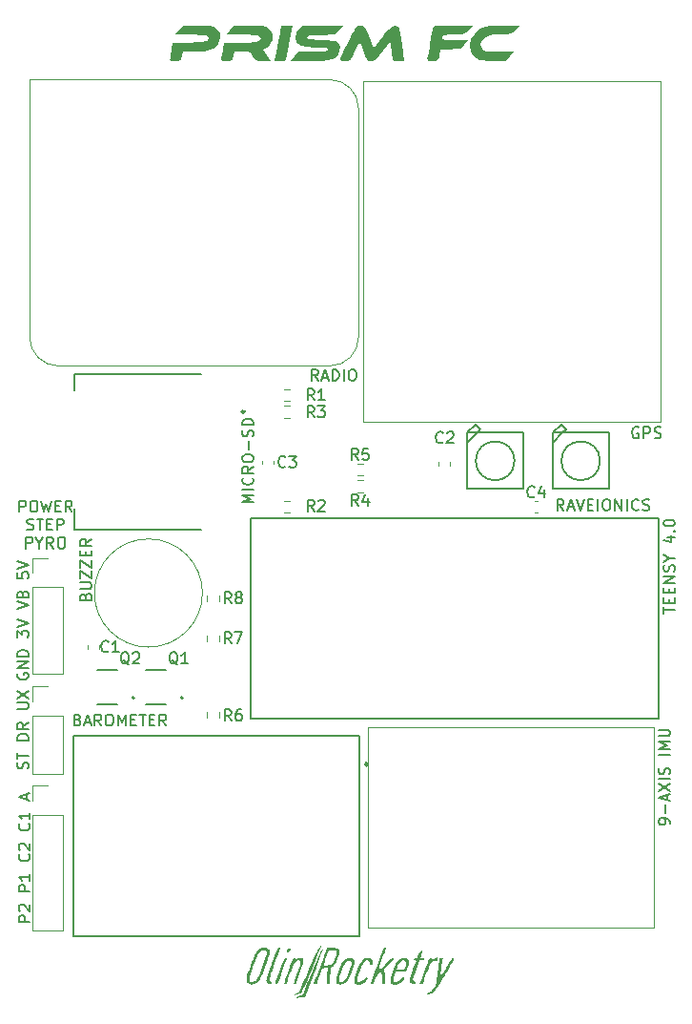
<source format=gbr>
%TF.GenerationSoftware,KiCad,Pcbnew,7.0.10-7.0.10~ubuntu22.04.1*%
%TF.CreationDate,2025-01-30T16:28:08-05:00*%
%TF.ProjectId,board_one_teensy_22,626f6172-645f-46f6-9e65-5f7465656e73,rev?*%
%TF.SameCoordinates,Original*%
%TF.FileFunction,Legend,Top*%
%TF.FilePolarity,Positive*%
%FSLAX46Y46*%
G04 Gerber Fmt 4.6, Leading zero omitted, Abs format (unit mm)*
G04 Created by KiCad (PCBNEW 7.0.10-7.0.10~ubuntu22.04.1) date 2025-01-30 16:28:08*
%MOMM*%
%LPD*%
G01*
G04 APERTURE LIST*
%ADD10C,0.150000*%
%ADD11C,0.120000*%
%ADD12C,0.127000*%
%ADD13C,0.240000*%
%ADD14C,0.250000*%
%ADD15C,0.200000*%
%ADD16C,0.100000*%
G04 APERTURE END LIST*
D10*
X109550200Y-117728571D02*
X109597819Y-117585714D01*
X109597819Y-117585714D02*
X109597819Y-117347619D01*
X109597819Y-117347619D02*
X109550200Y-117252381D01*
X109550200Y-117252381D02*
X109502580Y-117204762D01*
X109502580Y-117204762D02*
X109407342Y-117157143D01*
X109407342Y-117157143D02*
X109312104Y-117157143D01*
X109312104Y-117157143D02*
X109216866Y-117204762D01*
X109216866Y-117204762D02*
X109169247Y-117252381D01*
X109169247Y-117252381D02*
X109121628Y-117347619D01*
X109121628Y-117347619D02*
X109074009Y-117538095D01*
X109074009Y-117538095D02*
X109026390Y-117633333D01*
X109026390Y-117633333D02*
X108978771Y-117680952D01*
X108978771Y-117680952D02*
X108883533Y-117728571D01*
X108883533Y-117728571D02*
X108788295Y-117728571D01*
X108788295Y-117728571D02*
X108693057Y-117680952D01*
X108693057Y-117680952D02*
X108645438Y-117633333D01*
X108645438Y-117633333D02*
X108597819Y-117538095D01*
X108597819Y-117538095D02*
X108597819Y-117300000D01*
X108597819Y-117300000D02*
X108645438Y-117157143D01*
X108597819Y-116871428D02*
X108597819Y-116300000D01*
X109597819Y-116585714D02*
X108597819Y-116585714D01*
X109597819Y-115204761D02*
X108597819Y-115204761D01*
X108597819Y-115204761D02*
X108597819Y-114966666D01*
X108597819Y-114966666D02*
X108645438Y-114823809D01*
X108645438Y-114823809D02*
X108740676Y-114728571D01*
X108740676Y-114728571D02*
X108835914Y-114680952D01*
X108835914Y-114680952D02*
X109026390Y-114633333D01*
X109026390Y-114633333D02*
X109169247Y-114633333D01*
X109169247Y-114633333D02*
X109359723Y-114680952D01*
X109359723Y-114680952D02*
X109454961Y-114728571D01*
X109454961Y-114728571D02*
X109550200Y-114823809D01*
X109550200Y-114823809D02*
X109597819Y-114966666D01*
X109597819Y-114966666D02*
X109597819Y-115204761D01*
X109597819Y-113633333D02*
X109121628Y-113966666D01*
X109597819Y-114204761D02*
X108597819Y-114204761D01*
X108597819Y-114204761D02*
X108597819Y-113823809D01*
X108597819Y-113823809D02*
X108645438Y-113728571D01*
X108645438Y-113728571D02*
X108693057Y-113680952D01*
X108693057Y-113680952D02*
X108788295Y-113633333D01*
X108788295Y-113633333D02*
X108931152Y-113633333D01*
X108931152Y-113633333D02*
X109026390Y-113680952D01*
X109026390Y-113680952D02*
X109074009Y-113728571D01*
X109074009Y-113728571D02*
X109121628Y-113823809D01*
X109121628Y-113823809D02*
X109121628Y-114204761D01*
X108597819Y-112442856D02*
X109407342Y-112442856D01*
X109407342Y-112442856D02*
X109502580Y-112395237D01*
X109502580Y-112395237D02*
X109550200Y-112347618D01*
X109550200Y-112347618D02*
X109597819Y-112252380D01*
X109597819Y-112252380D02*
X109597819Y-112061904D01*
X109597819Y-112061904D02*
X109550200Y-111966666D01*
X109550200Y-111966666D02*
X109502580Y-111919047D01*
X109502580Y-111919047D02*
X109407342Y-111871428D01*
X109407342Y-111871428D02*
X108597819Y-111871428D01*
X108597819Y-111490475D02*
X109597819Y-110823809D01*
X108597819Y-110823809D02*
X109597819Y-111490475D01*
X166569819Y-122615601D02*
X166569819Y-122425125D01*
X166569819Y-122425125D02*
X166522200Y-122329887D01*
X166522200Y-122329887D02*
X166474580Y-122282268D01*
X166474580Y-122282268D02*
X166331723Y-122187030D01*
X166331723Y-122187030D02*
X166141247Y-122139411D01*
X166141247Y-122139411D02*
X165760295Y-122139411D01*
X165760295Y-122139411D02*
X165665057Y-122187030D01*
X165665057Y-122187030D02*
X165617438Y-122234649D01*
X165617438Y-122234649D02*
X165569819Y-122329887D01*
X165569819Y-122329887D02*
X165569819Y-122520363D01*
X165569819Y-122520363D02*
X165617438Y-122615601D01*
X165617438Y-122615601D02*
X165665057Y-122663220D01*
X165665057Y-122663220D02*
X165760295Y-122710839D01*
X165760295Y-122710839D02*
X165998390Y-122710839D01*
X165998390Y-122710839D02*
X166093628Y-122663220D01*
X166093628Y-122663220D02*
X166141247Y-122615601D01*
X166141247Y-122615601D02*
X166188866Y-122520363D01*
X166188866Y-122520363D02*
X166188866Y-122329887D01*
X166188866Y-122329887D02*
X166141247Y-122234649D01*
X166141247Y-122234649D02*
X166093628Y-122187030D01*
X166093628Y-122187030D02*
X165998390Y-122139411D01*
X166188866Y-121710839D02*
X166188866Y-120948935D01*
X166284104Y-120520363D02*
X166284104Y-120044173D01*
X166569819Y-120615601D02*
X165569819Y-120282268D01*
X165569819Y-120282268D02*
X166569819Y-119948935D01*
X165569819Y-119710839D02*
X166569819Y-119044173D01*
X165569819Y-119044173D02*
X166569819Y-119710839D01*
X166569819Y-118663220D02*
X165569819Y-118663220D01*
X166522200Y-118234649D02*
X166569819Y-118091792D01*
X166569819Y-118091792D02*
X166569819Y-117853697D01*
X166569819Y-117853697D02*
X166522200Y-117758459D01*
X166522200Y-117758459D02*
X166474580Y-117710840D01*
X166474580Y-117710840D02*
X166379342Y-117663221D01*
X166379342Y-117663221D02*
X166284104Y-117663221D01*
X166284104Y-117663221D02*
X166188866Y-117710840D01*
X166188866Y-117710840D02*
X166141247Y-117758459D01*
X166141247Y-117758459D02*
X166093628Y-117853697D01*
X166093628Y-117853697D02*
X166046009Y-118044173D01*
X166046009Y-118044173D02*
X165998390Y-118139411D01*
X165998390Y-118139411D02*
X165950771Y-118187030D01*
X165950771Y-118187030D02*
X165855533Y-118234649D01*
X165855533Y-118234649D02*
X165760295Y-118234649D01*
X165760295Y-118234649D02*
X165665057Y-118187030D01*
X165665057Y-118187030D02*
X165617438Y-118139411D01*
X165617438Y-118139411D02*
X165569819Y-118044173D01*
X165569819Y-118044173D02*
X165569819Y-117806078D01*
X165569819Y-117806078D02*
X165617438Y-117663221D01*
X166569819Y-116472744D02*
X165569819Y-116472744D01*
X166569819Y-115996554D02*
X165569819Y-115996554D01*
X165569819Y-115996554D02*
X166284104Y-115663221D01*
X166284104Y-115663221D02*
X165569819Y-115329888D01*
X165569819Y-115329888D02*
X166569819Y-115329888D01*
X165569819Y-114853697D02*
X166379342Y-114853697D01*
X166379342Y-114853697D02*
X166474580Y-114806078D01*
X166474580Y-114806078D02*
X166522200Y-114758459D01*
X166522200Y-114758459D02*
X166569819Y-114663221D01*
X166569819Y-114663221D02*
X166569819Y-114472745D01*
X166569819Y-114472745D02*
X166522200Y-114377507D01*
X166522200Y-114377507D02*
X166474580Y-114329888D01*
X166474580Y-114329888D02*
X166379342Y-114282269D01*
X166379342Y-114282269D02*
X165569819Y-114282269D01*
X157118207Y-94823819D02*
X156784874Y-94347628D01*
X156546779Y-94823819D02*
X156546779Y-93823819D01*
X156546779Y-93823819D02*
X156927731Y-93823819D01*
X156927731Y-93823819D02*
X157022969Y-93871438D01*
X157022969Y-93871438D02*
X157070588Y-93919057D01*
X157070588Y-93919057D02*
X157118207Y-94014295D01*
X157118207Y-94014295D02*
X157118207Y-94157152D01*
X157118207Y-94157152D02*
X157070588Y-94252390D01*
X157070588Y-94252390D02*
X157022969Y-94300009D01*
X157022969Y-94300009D02*
X156927731Y-94347628D01*
X156927731Y-94347628D02*
X156546779Y-94347628D01*
X157499160Y-94538104D02*
X157975350Y-94538104D01*
X157403922Y-94823819D02*
X157737255Y-93823819D01*
X157737255Y-93823819D02*
X158070588Y-94823819D01*
X158261065Y-93823819D02*
X158594398Y-94823819D01*
X158594398Y-94823819D02*
X158927731Y-93823819D01*
X159261065Y-94300009D02*
X159594398Y-94300009D01*
X159737255Y-94823819D02*
X159261065Y-94823819D01*
X159261065Y-94823819D02*
X159261065Y-93823819D01*
X159261065Y-93823819D02*
X159737255Y-93823819D01*
X160165827Y-94823819D02*
X160165827Y-93823819D01*
X160832493Y-93823819D02*
X161022969Y-93823819D01*
X161022969Y-93823819D02*
X161118207Y-93871438D01*
X161118207Y-93871438D02*
X161213445Y-93966676D01*
X161213445Y-93966676D02*
X161261064Y-94157152D01*
X161261064Y-94157152D02*
X161261064Y-94490485D01*
X161261064Y-94490485D02*
X161213445Y-94680961D01*
X161213445Y-94680961D02*
X161118207Y-94776200D01*
X161118207Y-94776200D02*
X161022969Y-94823819D01*
X161022969Y-94823819D02*
X160832493Y-94823819D01*
X160832493Y-94823819D02*
X160737255Y-94776200D01*
X160737255Y-94776200D02*
X160642017Y-94680961D01*
X160642017Y-94680961D02*
X160594398Y-94490485D01*
X160594398Y-94490485D02*
X160594398Y-94157152D01*
X160594398Y-94157152D02*
X160642017Y-93966676D01*
X160642017Y-93966676D02*
X160737255Y-93871438D01*
X160737255Y-93871438D02*
X160832493Y-93823819D01*
X161689636Y-94823819D02*
X161689636Y-93823819D01*
X161689636Y-93823819D02*
X162261064Y-94823819D01*
X162261064Y-94823819D02*
X162261064Y-93823819D01*
X162737255Y-94823819D02*
X162737255Y-93823819D01*
X163784873Y-94728580D02*
X163737254Y-94776200D01*
X163737254Y-94776200D02*
X163594397Y-94823819D01*
X163594397Y-94823819D02*
X163499159Y-94823819D01*
X163499159Y-94823819D02*
X163356302Y-94776200D01*
X163356302Y-94776200D02*
X163261064Y-94680961D01*
X163261064Y-94680961D02*
X163213445Y-94585723D01*
X163213445Y-94585723D02*
X163165826Y-94395247D01*
X163165826Y-94395247D02*
X163165826Y-94252390D01*
X163165826Y-94252390D02*
X163213445Y-94061914D01*
X163213445Y-94061914D02*
X163261064Y-93966676D01*
X163261064Y-93966676D02*
X163356302Y-93871438D01*
X163356302Y-93871438D02*
X163499159Y-93823819D01*
X163499159Y-93823819D02*
X163594397Y-93823819D01*
X163594397Y-93823819D02*
X163737254Y-93871438D01*
X163737254Y-93871438D02*
X163784873Y-93919057D01*
X164165826Y-94776200D02*
X164308683Y-94823819D01*
X164308683Y-94823819D02*
X164546778Y-94823819D01*
X164546778Y-94823819D02*
X164642016Y-94776200D01*
X164642016Y-94776200D02*
X164689635Y-94728580D01*
X164689635Y-94728580D02*
X164737254Y-94633342D01*
X164737254Y-94633342D02*
X164737254Y-94538104D01*
X164737254Y-94538104D02*
X164689635Y-94442866D01*
X164689635Y-94442866D02*
X164642016Y-94395247D01*
X164642016Y-94395247D02*
X164546778Y-94347628D01*
X164546778Y-94347628D02*
X164356302Y-94300009D01*
X164356302Y-94300009D02*
X164261064Y-94252390D01*
X164261064Y-94252390D02*
X164213445Y-94204771D01*
X164213445Y-94204771D02*
X164165826Y-94109533D01*
X164165826Y-94109533D02*
X164165826Y-94014295D01*
X164165826Y-94014295D02*
X164213445Y-93919057D01*
X164213445Y-93919057D02*
X164261064Y-93871438D01*
X164261064Y-93871438D02*
X164356302Y-93823819D01*
X164356302Y-93823819D02*
X164594397Y-93823819D01*
X164594397Y-93823819D02*
X164737254Y-93871438D01*
X163760588Y-87467438D02*
X163665350Y-87419819D01*
X163665350Y-87419819D02*
X163522493Y-87419819D01*
X163522493Y-87419819D02*
X163379636Y-87467438D01*
X163379636Y-87467438D02*
X163284398Y-87562676D01*
X163284398Y-87562676D02*
X163236779Y-87657914D01*
X163236779Y-87657914D02*
X163189160Y-87848390D01*
X163189160Y-87848390D02*
X163189160Y-87991247D01*
X163189160Y-87991247D02*
X163236779Y-88181723D01*
X163236779Y-88181723D02*
X163284398Y-88276961D01*
X163284398Y-88276961D02*
X163379636Y-88372200D01*
X163379636Y-88372200D02*
X163522493Y-88419819D01*
X163522493Y-88419819D02*
X163617731Y-88419819D01*
X163617731Y-88419819D02*
X163760588Y-88372200D01*
X163760588Y-88372200D02*
X163808207Y-88324580D01*
X163808207Y-88324580D02*
X163808207Y-87991247D01*
X163808207Y-87991247D02*
X163617731Y-87991247D01*
X164236779Y-88419819D02*
X164236779Y-87419819D01*
X164236779Y-87419819D02*
X164617731Y-87419819D01*
X164617731Y-87419819D02*
X164712969Y-87467438D01*
X164712969Y-87467438D02*
X164760588Y-87515057D01*
X164760588Y-87515057D02*
X164808207Y-87610295D01*
X164808207Y-87610295D02*
X164808207Y-87753152D01*
X164808207Y-87753152D02*
X164760588Y-87848390D01*
X164760588Y-87848390D02*
X164712969Y-87896009D01*
X164712969Y-87896009D02*
X164617731Y-87943628D01*
X164617731Y-87943628D02*
X164236779Y-87943628D01*
X165189160Y-88372200D02*
X165332017Y-88419819D01*
X165332017Y-88419819D02*
X165570112Y-88419819D01*
X165570112Y-88419819D02*
X165665350Y-88372200D01*
X165665350Y-88372200D02*
X165712969Y-88324580D01*
X165712969Y-88324580D02*
X165760588Y-88229342D01*
X165760588Y-88229342D02*
X165760588Y-88134104D01*
X165760588Y-88134104D02*
X165712969Y-88038866D01*
X165712969Y-88038866D02*
X165665350Y-87991247D01*
X165665350Y-87991247D02*
X165570112Y-87943628D01*
X165570112Y-87943628D02*
X165379636Y-87896009D01*
X165379636Y-87896009D02*
X165284398Y-87848390D01*
X165284398Y-87848390D02*
X165236779Y-87800771D01*
X165236779Y-87800771D02*
X165189160Y-87705533D01*
X165189160Y-87705533D02*
X165189160Y-87610295D01*
X165189160Y-87610295D02*
X165236779Y-87515057D01*
X165236779Y-87515057D02*
X165284398Y-87467438D01*
X165284398Y-87467438D02*
X165379636Y-87419819D01*
X165379636Y-87419819D02*
X165617731Y-87419819D01*
X165617731Y-87419819D02*
X165760588Y-87467438D01*
X113954112Y-113392009D02*
X114096969Y-113439628D01*
X114096969Y-113439628D02*
X114144588Y-113487247D01*
X114144588Y-113487247D02*
X114192207Y-113582485D01*
X114192207Y-113582485D02*
X114192207Y-113725342D01*
X114192207Y-113725342D02*
X114144588Y-113820580D01*
X114144588Y-113820580D02*
X114096969Y-113868200D01*
X114096969Y-113868200D02*
X114001731Y-113915819D01*
X114001731Y-113915819D02*
X113620779Y-113915819D01*
X113620779Y-113915819D02*
X113620779Y-112915819D01*
X113620779Y-112915819D02*
X113954112Y-112915819D01*
X113954112Y-112915819D02*
X114049350Y-112963438D01*
X114049350Y-112963438D02*
X114096969Y-113011057D01*
X114096969Y-113011057D02*
X114144588Y-113106295D01*
X114144588Y-113106295D02*
X114144588Y-113201533D01*
X114144588Y-113201533D02*
X114096969Y-113296771D01*
X114096969Y-113296771D02*
X114049350Y-113344390D01*
X114049350Y-113344390D02*
X113954112Y-113392009D01*
X113954112Y-113392009D02*
X113620779Y-113392009D01*
X114573160Y-113630104D02*
X115049350Y-113630104D01*
X114477922Y-113915819D02*
X114811255Y-112915819D01*
X114811255Y-112915819D02*
X115144588Y-113915819D01*
X116049350Y-113915819D02*
X115716017Y-113439628D01*
X115477922Y-113915819D02*
X115477922Y-112915819D01*
X115477922Y-112915819D02*
X115858874Y-112915819D01*
X115858874Y-112915819D02*
X115954112Y-112963438D01*
X115954112Y-112963438D02*
X116001731Y-113011057D01*
X116001731Y-113011057D02*
X116049350Y-113106295D01*
X116049350Y-113106295D02*
X116049350Y-113249152D01*
X116049350Y-113249152D02*
X116001731Y-113344390D01*
X116001731Y-113344390D02*
X115954112Y-113392009D01*
X115954112Y-113392009D02*
X115858874Y-113439628D01*
X115858874Y-113439628D02*
X115477922Y-113439628D01*
X116668398Y-112915819D02*
X116858874Y-112915819D01*
X116858874Y-112915819D02*
X116954112Y-112963438D01*
X116954112Y-112963438D02*
X117049350Y-113058676D01*
X117049350Y-113058676D02*
X117096969Y-113249152D01*
X117096969Y-113249152D02*
X117096969Y-113582485D01*
X117096969Y-113582485D02*
X117049350Y-113772961D01*
X117049350Y-113772961D02*
X116954112Y-113868200D01*
X116954112Y-113868200D02*
X116858874Y-113915819D01*
X116858874Y-113915819D02*
X116668398Y-113915819D01*
X116668398Y-113915819D02*
X116573160Y-113868200D01*
X116573160Y-113868200D02*
X116477922Y-113772961D01*
X116477922Y-113772961D02*
X116430303Y-113582485D01*
X116430303Y-113582485D02*
X116430303Y-113249152D01*
X116430303Y-113249152D02*
X116477922Y-113058676D01*
X116477922Y-113058676D02*
X116573160Y-112963438D01*
X116573160Y-112963438D02*
X116668398Y-112915819D01*
X117525541Y-113915819D02*
X117525541Y-112915819D01*
X117525541Y-112915819D02*
X117858874Y-113630104D01*
X117858874Y-113630104D02*
X118192207Y-112915819D01*
X118192207Y-112915819D02*
X118192207Y-113915819D01*
X118668398Y-113392009D02*
X119001731Y-113392009D01*
X119144588Y-113915819D02*
X118668398Y-113915819D01*
X118668398Y-113915819D02*
X118668398Y-112915819D01*
X118668398Y-112915819D02*
X119144588Y-112915819D01*
X119430303Y-112915819D02*
X120001731Y-112915819D01*
X119716017Y-113915819D02*
X119716017Y-112915819D01*
X120335065Y-113392009D02*
X120668398Y-113392009D01*
X120811255Y-113915819D02*
X120335065Y-113915819D01*
X120335065Y-113915819D02*
X120335065Y-112915819D01*
X120335065Y-112915819D02*
X120811255Y-112915819D01*
X121811255Y-113915819D02*
X121477922Y-113439628D01*
X121239827Y-113915819D02*
X121239827Y-112915819D01*
X121239827Y-112915819D02*
X121620779Y-112915819D01*
X121620779Y-112915819D02*
X121716017Y-112963438D01*
X121716017Y-112963438D02*
X121763636Y-113011057D01*
X121763636Y-113011057D02*
X121811255Y-113106295D01*
X121811255Y-113106295D02*
X121811255Y-113249152D01*
X121811255Y-113249152D02*
X121763636Y-113344390D01*
X121763636Y-113344390D02*
X121716017Y-113392009D01*
X121716017Y-113392009D02*
X121620779Y-113439628D01*
X121620779Y-113439628D02*
X121239827Y-113439628D01*
X108645438Y-109290857D02*
X108597819Y-109386095D01*
X108597819Y-109386095D02*
X108597819Y-109528952D01*
X108597819Y-109528952D02*
X108645438Y-109671809D01*
X108645438Y-109671809D02*
X108740676Y-109767047D01*
X108740676Y-109767047D02*
X108835914Y-109814666D01*
X108835914Y-109814666D02*
X109026390Y-109862285D01*
X109026390Y-109862285D02*
X109169247Y-109862285D01*
X109169247Y-109862285D02*
X109359723Y-109814666D01*
X109359723Y-109814666D02*
X109454961Y-109767047D01*
X109454961Y-109767047D02*
X109550200Y-109671809D01*
X109550200Y-109671809D02*
X109597819Y-109528952D01*
X109597819Y-109528952D02*
X109597819Y-109433714D01*
X109597819Y-109433714D02*
X109550200Y-109290857D01*
X109550200Y-109290857D02*
X109502580Y-109243238D01*
X109502580Y-109243238D02*
X109169247Y-109243238D01*
X109169247Y-109243238D02*
X109169247Y-109433714D01*
X109597819Y-108814666D02*
X108597819Y-108814666D01*
X108597819Y-108814666D02*
X109597819Y-108243238D01*
X109597819Y-108243238D02*
X108597819Y-108243238D01*
X109597819Y-107767047D02*
X108597819Y-107767047D01*
X108597819Y-107767047D02*
X108597819Y-107528952D01*
X108597819Y-107528952D02*
X108645438Y-107386095D01*
X108645438Y-107386095D02*
X108740676Y-107290857D01*
X108740676Y-107290857D02*
X108835914Y-107243238D01*
X108835914Y-107243238D02*
X109026390Y-107195619D01*
X109026390Y-107195619D02*
X109169247Y-107195619D01*
X109169247Y-107195619D02*
X109359723Y-107243238D01*
X109359723Y-107243238D02*
X109454961Y-107290857D01*
X109454961Y-107290857D02*
X109550200Y-107386095D01*
X109550200Y-107386095D02*
X109597819Y-107528952D01*
X109597819Y-107528952D02*
X109597819Y-107767047D01*
X108597819Y-106100380D02*
X108597819Y-105481333D01*
X108597819Y-105481333D02*
X108978771Y-105814666D01*
X108978771Y-105814666D02*
X108978771Y-105671809D01*
X108978771Y-105671809D02*
X109026390Y-105576571D01*
X109026390Y-105576571D02*
X109074009Y-105528952D01*
X109074009Y-105528952D02*
X109169247Y-105481333D01*
X109169247Y-105481333D02*
X109407342Y-105481333D01*
X109407342Y-105481333D02*
X109502580Y-105528952D01*
X109502580Y-105528952D02*
X109550200Y-105576571D01*
X109550200Y-105576571D02*
X109597819Y-105671809D01*
X109597819Y-105671809D02*
X109597819Y-105957523D01*
X109597819Y-105957523D02*
X109550200Y-106052761D01*
X109550200Y-106052761D02*
X109502580Y-106100380D01*
X108597819Y-105195618D02*
X109597819Y-104862285D01*
X109597819Y-104862285D02*
X108597819Y-104528952D01*
X108597819Y-103576570D02*
X109597819Y-103243237D01*
X109597819Y-103243237D02*
X108597819Y-102909904D01*
X109074009Y-102243237D02*
X109121628Y-102100380D01*
X109121628Y-102100380D02*
X109169247Y-102052761D01*
X109169247Y-102052761D02*
X109264485Y-102005142D01*
X109264485Y-102005142D02*
X109407342Y-102005142D01*
X109407342Y-102005142D02*
X109502580Y-102052761D01*
X109502580Y-102052761D02*
X109550200Y-102100380D01*
X109550200Y-102100380D02*
X109597819Y-102195618D01*
X109597819Y-102195618D02*
X109597819Y-102576570D01*
X109597819Y-102576570D02*
X108597819Y-102576570D01*
X108597819Y-102576570D02*
X108597819Y-102243237D01*
X108597819Y-102243237D02*
X108645438Y-102147999D01*
X108645438Y-102147999D02*
X108693057Y-102100380D01*
X108693057Y-102100380D02*
X108788295Y-102052761D01*
X108788295Y-102052761D02*
X108883533Y-102052761D01*
X108883533Y-102052761D02*
X108978771Y-102100380D01*
X108978771Y-102100380D02*
X109026390Y-102147999D01*
X109026390Y-102147999D02*
X109074009Y-102243237D01*
X109074009Y-102243237D02*
X109074009Y-102576570D01*
X108597819Y-100338475D02*
X108597819Y-100814665D01*
X108597819Y-100814665D02*
X109074009Y-100862284D01*
X109074009Y-100862284D02*
X109026390Y-100814665D01*
X109026390Y-100814665D02*
X108978771Y-100719427D01*
X108978771Y-100719427D02*
X108978771Y-100481332D01*
X108978771Y-100481332D02*
X109026390Y-100386094D01*
X109026390Y-100386094D02*
X109074009Y-100338475D01*
X109074009Y-100338475D02*
X109169247Y-100290856D01*
X109169247Y-100290856D02*
X109407342Y-100290856D01*
X109407342Y-100290856D02*
X109502580Y-100338475D01*
X109502580Y-100338475D02*
X109550200Y-100386094D01*
X109550200Y-100386094D02*
X109597819Y-100481332D01*
X109597819Y-100481332D02*
X109597819Y-100719427D01*
X109597819Y-100719427D02*
X109550200Y-100814665D01*
X109550200Y-100814665D02*
X109502580Y-100862284D01*
X108597819Y-100005141D02*
X109597819Y-99671808D01*
X109597819Y-99671808D02*
X108597819Y-99338475D01*
X166001819Y-103946077D02*
X166001819Y-103374649D01*
X167001819Y-103660363D02*
X166001819Y-103660363D01*
X166478009Y-103041315D02*
X166478009Y-102707982D01*
X167001819Y-102565125D02*
X167001819Y-103041315D01*
X167001819Y-103041315D02*
X166001819Y-103041315D01*
X166001819Y-103041315D02*
X166001819Y-102565125D01*
X166478009Y-102136553D02*
X166478009Y-101803220D01*
X167001819Y-101660363D02*
X167001819Y-102136553D01*
X167001819Y-102136553D02*
X166001819Y-102136553D01*
X166001819Y-102136553D02*
X166001819Y-101660363D01*
X167001819Y-101231791D02*
X166001819Y-101231791D01*
X166001819Y-101231791D02*
X167001819Y-100660363D01*
X167001819Y-100660363D02*
X166001819Y-100660363D01*
X166954200Y-100231791D02*
X167001819Y-100088934D01*
X167001819Y-100088934D02*
X167001819Y-99850839D01*
X167001819Y-99850839D02*
X166954200Y-99755601D01*
X166954200Y-99755601D02*
X166906580Y-99707982D01*
X166906580Y-99707982D02*
X166811342Y-99660363D01*
X166811342Y-99660363D02*
X166716104Y-99660363D01*
X166716104Y-99660363D02*
X166620866Y-99707982D01*
X166620866Y-99707982D02*
X166573247Y-99755601D01*
X166573247Y-99755601D02*
X166525628Y-99850839D01*
X166525628Y-99850839D02*
X166478009Y-100041315D01*
X166478009Y-100041315D02*
X166430390Y-100136553D01*
X166430390Y-100136553D02*
X166382771Y-100184172D01*
X166382771Y-100184172D02*
X166287533Y-100231791D01*
X166287533Y-100231791D02*
X166192295Y-100231791D01*
X166192295Y-100231791D02*
X166097057Y-100184172D01*
X166097057Y-100184172D02*
X166049438Y-100136553D01*
X166049438Y-100136553D02*
X166001819Y-100041315D01*
X166001819Y-100041315D02*
X166001819Y-99803220D01*
X166001819Y-99803220D02*
X166049438Y-99660363D01*
X166525628Y-99041315D02*
X167001819Y-99041315D01*
X166001819Y-99374648D02*
X166525628Y-99041315D01*
X166525628Y-99041315D02*
X166001819Y-98707982D01*
X166335152Y-97184172D02*
X167001819Y-97184172D01*
X165954200Y-97422267D02*
X166668485Y-97660362D01*
X166668485Y-97660362D02*
X166668485Y-97041315D01*
X166906580Y-96660362D02*
X166954200Y-96612743D01*
X166954200Y-96612743D02*
X167001819Y-96660362D01*
X167001819Y-96660362D02*
X166954200Y-96707981D01*
X166954200Y-96707981D02*
X166906580Y-96660362D01*
X166906580Y-96660362D02*
X167001819Y-96660362D01*
X166001819Y-95993696D02*
X166001819Y-95898458D01*
X166001819Y-95898458D02*
X166049438Y-95803220D01*
X166049438Y-95803220D02*
X166097057Y-95755601D01*
X166097057Y-95755601D02*
X166192295Y-95707982D01*
X166192295Y-95707982D02*
X166382771Y-95660363D01*
X166382771Y-95660363D02*
X166620866Y-95660363D01*
X166620866Y-95660363D02*
X166811342Y-95707982D01*
X166811342Y-95707982D02*
X166906580Y-95755601D01*
X166906580Y-95755601D02*
X166954200Y-95803220D01*
X166954200Y-95803220D02*
X167001819Y-95898458D01*
X167001819Y-95898458D02*
X167001819Y-95993696D01*
X167001819Y-95993696D02*
X166954200Y-96088934D01*
X166954200Y-96088934D02*
X166906580Y-96136553D01*
X166906580Y-96136553D02*
X166811342Y-96184172D01*
X166811342Y-96184172D02*
X166620866Y-96231791D01*
X166620866Y-96231791D02*
X166382771Y-96231791D01*
X166382771Y-96231791D02*
X166192295Y-96184172D01*
X166192295Y-96184172D02*
X166097057Y-96136553D01*
X166097057Y-96136553D02*
X166049438Y-96088934D01*
X166049438Y-96088934D02*
X166001819Y-95993696D01*
X108780476Y-94959819D02*
X108780476Y-93959819D01*
X108780476Y-93959819D02*
X109161428Y-93959819D01*
X109161428Y-93959819D02*
X109256666Y-94007438D01*
X109256666Y-94007438D02*
X109304285Y-94055057D01*
X109304285Y-94055057D02*
X109351904Y-94150295D01*
X109351904Y-94150295D02*
X109351904Y-94293152D01*
X109351904Y-94293152D02*
X109304285Y-94388390D01*
X109304285Y-94388390D02*
X109256666Y-94436009D01*
X109256666Y-94436009D02*
X109161428Y-94483628D01*
X109161428Y-94483628D02*
X108780476Y-94483628D01*
X109970952Y-93959819D02*
X110161428Y-93959819D01*
X110161428Y-93959819D02*
X110256666Y-94007438D01*
X110256666Y-94007438D02*
X110351904Y-94102676D01*
X110351904Y-94102676D02*
X110399523Y-94293152D01*
X110399523Y-94293152D02*
X110399523Y-94626485D01*
X110399523Y-94626485D02*
X110351904Y-94816961D01*
X110351904Y-94816961D02*
X110256666Y-94912200D01*
X110256666Y-94912200D02*
X110161428Y-94959819D01*
X110161428Y-94959819D02*
X109970952Y-94959819D01*
X109970952Y-94959819D02*
X109875714Y-94912200D01*
X109875714Y-94912200D02*
X109780476Y-94816961D01*
X109780476Y-94816961D02*
X109732857Y-94626485D01*
X109732857Y-94626485D02*
X109732857Y-94293152D01*
X109732857Y-94293152D02*
X109780476Y-94102676D01*
X109780476Y-94102676D02*
X109875714Y-94007438D01*
X109875714Y-94007438D02*
X109970952Y-93959819D01*
X110732857Y-93959819D02*
X110970952Y-94959819D01*
X110970952Y-94959819D02*
X111161428Y-94245533D01*
X111161428Y-94245533D02*
X111351904Y-94959819D01*
X111351904Y-94959819D02*
X111590000Y-93959819D01*
X111970952Y-94436009D02*
X112304285Y-94436009D01*
X112447142Y-94959819D02*
X111970952Y-94959819D01*
X111970952Y-94959819D02*
X111970952Y-93959819D01*
X111970952Y-93959819D02*
X112447142Y-93959819D01*
X113447142Y-94959819D02*
X113113809Y-94483628D01*
X112875714Y-94959819D02*
X112875714Y-93959819D01*
X112875714Y-93959819D02*
X113256666Y-93959819D01*
X113256666Y-93959819D02*
X113351904Y-94007438D01*
X113351904Y-94007438D02*
X113399523Y-94055057D01*
X113399523Y-94055057D02*
X113447142Y-94150295D01*
X113447142Y-94150295D02*
X113447142Y-94293152D01*
X113447142Y-94293152D02*
X113399523Y-94388390D01*
X113399523Y-94388390D02*
X113351904Y-94436009D01*
X113351904Y-94436009D02*
X113256666Y-94483628D01*
X113256666Y-94483628D02*
X112875714Y-94483628D01*
X109470952Y-96522200D02*
X109613809Y-96569819D01*
X109613809Y-96569819D02*
X109851904Y-96569819D01*
X109851904Y-96569819D02*
X109947142Y-96522200D01*
X109947142Y-96522200D02*
X109994761Y-96474580D01*
X109994761Y-96474580D02*
X110042380Y-96379342D01*
X110042380Y-96379342D02*
X110042380Y-96284104D01*
X110042380Y-96284104D02*
X109994761Y-96188866D01*
X109994761Y-96188866D02*
X109947142Y-96141247D01*
X109947142Y-96141247D02*
X109851904Y-96093628D01*
X109851904Y-96093628D02*
X109661428Y-96046009D01*
X109661428Y-96046009D02*
X109566190Y-95998390D01*
X109566190Y-95998390D02*
X109518571Y-95950771D01*
X109518571Y-95950771D02*
X109470952Y-95855533D01*
X109470952Y-95855533D02*
X109470952Y-95760295D01*
X109470952Y-95760295D02*
X109518571Y-95665057D01*
X109518571Y-95665057D02*
X109566190Y-95617438D01*
X109566190Y-95617438D02*
X109661428Y-95569819D01*
X109661428Y-95569819D02*
X109899523Y-95569819D01*
X109899523Y-95569819D02*
X110042380Y-95617438D01*
X110328095Y-95569819D02*
X110899523Y-95569819D01*
X110613809Y-96569819D02*
X110613809Y-95569819D01*
X111232857Y-96046009D02*
X111566190Y-96046009D01*
X111709047Y-96569819D02*
X111232857Y-96569819D01*
X111232857Y-96569819D02*
X111232857Y-95569819D01*
X111232857Y-95569819D02*
X111709047Y-95569819D01*
X112137619Y-96569819D02*
X112137619Y-95569819D01*
X112137619Y-95569819D02*
X112518571Y-95569819D01*
X112518571Y-95569819D02*
X112613809Y-95617438D01*
X112613809Y-95617438D02*
X112661428Y-95665057D01*
X112661428Y-95665057D02*
X112709047Y-95760295D01*
X112709047Y-95760295D02*
X112709047Y-95903152D01*
X112709047Y-95903152D02*
X112661428Y-95998390D01*
X112661428Y-95998390D02*
X112613809Y-96046009D01*
X112613809Y-96046009D02*
X112518571Y-96093628D01*
X112518571Y-96093628D02*
X112137619Y-96093628D01*
X109375714Y-98179819D02*
X109375714Y-97179819D01*
X109375714Y-97179819D02*
X109756666Y-97179819D01*
X109756666Y-97179819D02*
X109851904Y-97227438D01*
X109851904Y-97227438D02*
X109899523Y-97275057D01*
X109899523Y-97275057D02*
X109947142Y-97370295D01*
X109947142Y-97370295D02*
X109947142Y-97513152D01*
X109947142Y-97513152D02*
X109899523Y-97608390D01*
X109899523Y-97608390D02*
X109851904Y-97656009D01*
X109851904Y-97656009D02*
X109756666Y-97703628D01*
X109756666Y-97703628D02*
X109375714Y-97703628D01*
X110566190Y-97703628D02*
X110566190Y-98179819D01*
X110232857Y-97179819D02*
X110566190Y-97703628D01*
X110566190Y-97703628D02*
X110899523Y-97179819D01*
X111804285Y-98179819D02*
X111470952Y-97703628D01*
X111232857Y-98179819D02*
X111232857Y-97179819D01*
X111232857Y-97179819D02*
X111613809Y-97179819D01*
X111613809Y-97179819D02*
X111709047Y-97227438D01*
X111709047Y-97227438D02*
X111756666Y-97275057D01*
X111756666Y-97275057D02*
X111804285Y-97370295D01*
X111804285Y-97370295D02*
X111804285Y-97513152D01*
X111804285Y-97513152D02*
X111756666Y-97608390D01*
X111756666Y-97608390D02*
X111709047Y-97656009D01*
X111709047Y-97656009D02*
X111613809Y-97703628D01*
X111613809Y-97703628D02*
X111232857Y-97703628D01*
X112423333Y-97179819D02*
X112613809Y-97179819D01*
X112613809Y-97179819D02*
X112709047Y-97227438D01*
X112709047Y-97227438D02*
X112804285Y-97322676D01*
X112804285Y-97322676D02*
X112851904Y-97513152D01*
X112851904Y-97513152D02*
X112851904Y-97846485D01*
X112851904Y-97846485D02*
X112804285Y-98036961D01*
X112804285Y-98036961D02*
X112709047Y-98132200D01*
X112709047Y-98132200D02*
X112613809Y-98179819D01*
X112613809Y-98179819D02*
X112423333Y-98179819D01*
X112423333Y-98179819D02*
X112328095Y-98132200D01*
X112328095Y-98132200D02*
X112232857Y-98036961D01*
X112232857Y-98036961D02*
X112185238Y-97846485D01*
X112185238Y-97846485D02*
X112185238Y-97513152D01*
X112185238Y-97513152D02*
X112232857Y-97322676D01*
X112232857Y-97322676D02*
X112328095Y-97227438D01*
X112328095Y-97227438D02*
X112423333Y-97179819D01*
X109719819Y-131319047D02*
X108719819Y-131319047D01*
X108719819Y-131319047D02*
X108719819Y-130938095D01*
X108719819Y-130938095D02*
X108767438Y-130842857D01*
X108767438Y-130842857D02*
X108815057Y-130795238D01*
X108815057Y-130795238D02*
X108910295Y-130747619D01*
X108910295Y-130747619D02*
X109053152Y-130747619D01*
X109053152Y-130747619D02*
X109148390Y-130795238D01*
X109148390Y-130795238D02*
X109196009Y-130842857D01*
X109196009Y-130842857D02*
X109243628Y-130938095D01*
X109243628Y-130938095D02*
X109243628Y-131319047D01*
X108815057Y-130366666D02*
X108767438Y-130319047D01*
X108767438Y-130319047D02*
X108719819Y-130223809D01*
X108719819Y-130223809D02*
X108719819Y-129985714D01*
X108719819Y-129985714D02*
X108767438Y-129890476D01*
X108767438Y-129890476D02*
X108815057Y-129842857D01*
X108815057Y-129842857D02*
X108910295Y-129795238D01*
X108910295Y-129795238D02*
X109005533Y-129795238D01*
X109005533Y-129795238D02*
X109148390Y-129842857D01*
X109148390Y-129842857D02*
X109719819Y-130414285D01*
X109719819Y-130414285D02*
X109719819Y-129795238D01*
X109719819Y-128604761D02*
X108719819Y-128604761D01*
X108719819Y-128604761D02*
X108719819Y-128223809D01*
X108719819Y-128223809D02*
X108767438Y-128128571D01*
X108767438Y-128128571D02*
X108815057Y-128080952D01*
X108815057Y-128080952D02*
X108910295Y-128033333D01*
X108910295Y-128033333D02*
X109053152Y-128033333D01*
X109053152Y-128033333D02*
X109148390Y-128080952D01*
X109148390Y-128080952D02*
X109196009Y-128128571D01*
X109196009Y-128128571D02*
X109243628Y-128223809D01*
X109243628Y-128223809D02*
X109243628Y-128604761D01*
X109719819Y-127080952D02*
X109719819Y-127652380D01*
X109719819Y-127366666D02*
X108719819Y-127366666D01*
X108719819Y-127366666D02*
X108862676Y-127461904D01*
X108862676Y-127461904D02*
X108957914Y-127557142D01*
X108957914Y-127557142D02*
X109005533Y-127652380D01*
X109624580Y-125319047D02*
X109672200Y-125366666D01*
X109672200Y-125366666D02*
X109719819Y-125509523D01*
X109719819Y-125509523D02*
X109719819Y-125604761D01*
X109719819Y-125604761D02*
X109672200Y-125747618D01*
X109672200Y-125747618D02*
X109576961Y-125842856D01*
X109576961Y-125842856D02*
X109481723Y-125890475D01*
X109481723Y-125890475D02*
X109291247Y-125938094D01*
X109291247Y-125938094D02*
X109148390Y-125938094D01*
X109148390Y-125938094D02*
X108957914Y-125890475D01*
X108957914Y-125890475D02*
X108862676Y-125842856D01*
X108862676Y-125842856D02*
X108767438Y-125747618D01*
X108767438Y-125747618D02*
X108719819Y-125604761D01*
X108719819Y-125604761D02*
X108719819Y-125509523D01*
X108719819Y-125509523D02*
X108767438Y-125366666D01*
X108767438Y-125366666D02*
X108815057Y-125319047D01*
X108815057Y-124938094D02*
X108767438Y-124890475D01*
X108767438Y-124890475D02*
X108719819Y-124795237D01*
X108719819Y-124795237D02*
X108719819Y-124557142D01*
X108719819Y-124557142D02*
X108767438Y-124461904D01*
X108767438Y-124461904D02*
X108815057Y-124414285D01*
X108815057Y-124414285D02*
X108910295Y-124366666D01*
X108910295Y-124366666D02*
X109005533Y-124366666D01*
X109005533Y-124366666D02*
X109148390Y-124414285D01*
X109148390Y-124414285D02*
X109719819Y-124985713D01*
X109719819Y-124985713D02*
X109719819Y-124366666D01*
X109624580Y-122604761D02*
X109672200Y-122652380D01*
X109672200Y-122652380D02*
X109719819Y-122795237D01*
X109719819Y-122795237D02*
X109719819Y-122890475D01*
X109719819Y-122890475D02*
X109672200Y-123033332D01*
X109672200Y-123033332D02*
X109576961Y-123128570D01*
X109576961Y-123128570D02*
X109481723Y-123176189D01*
X109481723Y-123176189D02*
X109291247Y-123223808D01*
X109291247Y-123223808D02*
X109148390Y-123223808D01*
X109148390Y-123223808D02*
X108957914Y-123176189D01*
X108957914Y-123176189D02*
X108862676Y-123128570D01*
X108862676Y-123128570D02*
X108767438Y-123033332D01*
X108767438Y-123033332D02*
X108719819Y-122890475D01*
X108719819Y-122890475D02*
X108719819Y-122795237D01*
X108719819Y-122795237D02*
X108767438Y-122652380D01*
X108767438Y-122652380D02*
X108815057Y-122604761D01*
X109719819Y-121652380D02*
X109719819Y-122223808D01*
X109719819Y-121938094D02*
X108719819Y-121938094D01*
X108719819Y-121938094D02*
X108862676Y-122033332D01*
X108862676Y-122033332D02*
X108957914Y-122128570D01*
X108957914Y-122128570D02*
X109005533Y-122223808D01*
X109434104Y-120509522D02*
X109434104Y-120033332D01*
X109719819Y-120604760D02*
X108719819Y-120271427D01*
X108719819Y-120271427D02*
X109719819Y-119938094D01*
X135308207Y-83319819D02*
X134974874Y-82843628D01*
X134736779Y-83319819D02*
X134736779Y-82319819D01*
X134736779Y-82319819D02*
X135117731Y-82319819D01*
X135117731Y-82319819D02*
X135212969Y-82367438D01*
X135212969Y-82367438D02*
X135260588Y-82415057D01*
X135260588Y-82415057D02*
X135308207Y-82510295D01*
X135308207Y-82510295D02*
X135308207Y-82653152D01*
X135308207Y-82653152D02*
X135260588Y-82748390D01*
X135260588Y-82748390D02*
X135212969Y-82796009D01*
X135212969Y-82796009D02*
X135117731Y-82843628D01*
X135117731Y-82843628D02*
X134736779Y-82843628D01*
X135689160Y-83034104D02*
X136165350Y-83034104D01*
X135593922Y-83319819D02*
X135927255Y-82319819D01*
X135927255Y-82319819D02*
X136260588Y-83319819D01*
X136593922Y-83319819D02*
X136593922Y-82319819D01*
X136593922Y-82319819D02*
X136832017Y-82319819D01*
X136832017Y-82319819D02*
X136974874Y-82367438D01*
X136974874Y-82367438D02*
X137070112Y-82462676D01*
X137070112Y-82462676D02*
X137117731Y-82557914D01*
X137117731Y-82557914D02*
X137165350Y-82748390D01*
X137165350Y-82748390D02*
X137165350Y-82891247D01*
X137165350Y-82891247D02*
X137117731Y-83081723D01*
X137117731Y-83081723D02*
X137070112Y-83176961D01*
X137070112Y-83176961D02*
X136974874Y-83272200D01*
X136974874Y-83272200D02*
X136832017Y-83319819D01*
X136832017Y-83319819D02*
X136593922Y-83319819D01*
X137593922Y-83319819D02*
X137593922Y-82319819D01*
X138260588Y-82319819D02*
X138451064Y-82319819D01*
X138451064Y-82319819D02*
X138546302Y-82367438D01*
X138546302Y-82367438D02*
X138641540Y-82462676D01*
X138641540Y-82462676D02*
X138689159Y-82653152D01*
X138689159Y-82653152D02*
X138689159Y-82986485D01*
X138689159Y-82986485D02*
X138641540Y-83176961D01*
X138641540Y-83176961D02*
X138546302Y-83272200D01*
X138546302Y-83272200D02*
X138451064Y-83319819D01*
X138451064Y-83319819D02*
X138260588Y-83319819D01*
X138260588Y-83319819D02*
X138165350Y-83272200D01*
X138165350Y-83272200D02*
X138070112Y-83176961D01*
X138070112Y-83176961D02*
X138022493Y-82986485D01*
X138022493Y-82986485D02*
X138022493Y-82653152D01*
X138022493Y-82653152D02*
X138070112Y-82462676D01*
X138070112Y-82462676D02*
X138165350Y-82367438D01*
X138165350Y-82367438D02*
X138260588Y-82319819D01*
X129569819Y-94113220D02*
X128569819Y-94113220D01*
X128569819Y-94113220D02*
X129284104Y-93779887D01*
X129284104Y-93779887D02*
X128569819Y-93446554D01*
X128569819Y-93446554D02*
X129569819Y-93446554D01*
X129569819Y-92970363D02*
X128569819Y-92970363D01*
X129474580Y-91922745D02*
X129522200Y-91970364D01*
X129522200Y-91970364D02*
X129569819Y-92113221D01*
X129569819Y-92113221D02*
X129569819Y-92208459D01*
X129569819Y-92208459D02*
X129522200Y-92351316D01*
X129522200Y-92351316D02*
X129426961Y-92446554D01*
X129426961Y-92446554D02*
X129331723Y-92494173D01*
X129331723Y-92494173D02*
X129141247Y-92541792D01*
X129141247Y-92541792D02*
X128998390Y-92541792D01*
X128998390Y-92541792D02*
X128807914Y-92494173D01*
X128807914Y-92494173D02*
X128712676Y-92446554D01*
X128712676Y-92446554D02*
X128617438Y-92351316D01*
X128617438Y-92351316D02*
X128569819Y-92208459D01*
X128569819Y-92208459D02*
X128569819Y-92113221D01*
X128569819Y-92113221D02*
X128617438Y-91970364D01*
X128617438Y-91970364D02*
X128665057Y-91922745D01*
X129569819Y-90922745D02*
X129093628Y-91256078D01*
X129569819Y-91494173D02*
X128569819Y-91494173D01*
X128569819Y-91494173D02*
X128569819Y-91113221D01*
X128569819Y-91113221D02*
X128617438Y-91017983D01*
X128617438Y-91017983D02*
X128665057Y-90970364D01*
X128665057Y-90970364D02*
X128760295Y-90922745D01*
X128760295Y-90922745D02*
X128903152Y-90922745D01*
X128903152Y-90922745D02*
X128998390Y-90970364D01*
X128998390Y-90970364D02*
X129046009Y-91017983D01*
X129046009Y-91017983D02*
X129093628Y-91113221D01*
X129093628Y-91113221D02*
X129093628Y-91494173D01*
X128569819Y-90303697D02*
X128569819Y-90113221D01*
X128569819Y-90113221D02*
X128617438Y-90017983D01*
X128617438Y-90017983D02*
X128712676Y-89922745D01*
X128712676Y-89922745D02*
X128903152Y-89875126D01*
X128903152Y-89875126D02*
X129236485Y-89875126D01*
X129236485Y-89875126D02*
X129426961Y-89922745D01*
X129426961Y-89922745D02*
X129522200Y-90017983D01*
X129522200Y-90017983D02*
X129569819Y-90113221D01*
X129569819Y-90113221D02*
X129569819Y-90303697D01*
X129569819Y-90303697D02*
X129522200Y-90398935D01*
X129522200Y-90398935D02*
X129426961Y-90494173D01*
X129426961Y-90494173D02*
X129236485Y-90541792D01*
X129236485Y-90541792D02*
X128903152Y-90541792D01*
X128903152Y-90541792D02*
X128712676Y-90494173D01*
X128712676Y-90494173D02*
X128617438Y-90398935D01*
X128617438Y-90398935D02*
X128569819Y-90303697D01*
X129188866Y-89446554D02*
X129188866Y-88684650D01*
X129522200Y-88256078D02*
X129569819Y-88113221D01*
X129569819Y-88113221D02*
X129569819Y-87875126D01*
X129569819Y-87875126D02*
X129522200Y-87779888D01*
X129522200Y-87779888D02*
X129474580Y-87732269D01*
X129474580Y-87732269D02*
X129379342Y-87684650D01*
X129379342Y-87684650D02*
X129284104Y-87684650D01*
X129284104Y-87684650D02*
X129188866Y-87732269D01*
X129188866Y-87732269D02*
X129141247Y-87779888D01*
X129141247Y-87779888D02*
X129093628Y-87875126D01*
X129093628Y-87875126D02*
X129046009Y-88065602D01*
X129046009Y-88065602D02*
X128998390Y-88160840D01*
X128998390Y-88160840D02*
X128950771Y-88208459D01*
X128950771Y-88208459D02*
X128855533Y-88256078D01*
X128855533Y-88256078D02*
X128760295Y-88256078D01*
X128760295Y-88256078D02*
X128665057Y-88208459D01*
X128665057Y-88208459D02*
X128617438Y-88160840D01*
X128617438Y-88160840D02*
X128569819Y-88065602D01*
X128569819Y-88065602D02*
X128569819Y-87827507D01*
X128569819Y-87827507D02*
X128617438Y-87684650D01*
X129569819Y-87256078D02*
X128569819Y-87256078D01*
X128569819Y-87256078D02*
X128569819Y-87017983D01*
X128569819Y-87017983D02*
X128617438Y-86875126D01*
X128617438Y-86875126D02*
X128712676Y-86779888D01*
X128712676Y-86779888D02*
X128807914Y-86732269D01*
X128807914Y-86732269D02*
X128998390Y-86684650D01*
X128998390Y-86684650D02*
X129141247Y-86684650D01*
X129141247Y-86684650D02*
X129331723Y-86732269D01*
X129331723Y-86732269D02*
X129426961Y-86779888D01*
X129426961Y-86779888D02*
X129522200Y-86875126D01*
X129522200Y-86875126D02*
X129569819Y-87017983D01*
X129569819Y-87017983D02*
X129569819Y-87256078D01*
X114662009Y-102453887D02*
X114709628Y-102311030D01*
X114709628Y-102311030D02*
X114757247Y-102263411D01*
X114757247Y-102263411D02*
X114852485Y-102215792D01*
X114852485Y-102215792D02*
X114995342Y-102215792D01*
X114995342Y-102215792D02*
X115090580Y-102263411D01*
X115090580Y-102263411D02*
X115138200Y-102311030D01*
X115138200Y-102311030D02*
X115185819Y-102406268D01*
X115185819Y-102406268D02*
X115185819Y-102787220D01*
X115185819Y-102787220D02*
X114185819Y-102787220D01*
X114185819Y-102787220D02*
X114185819Y-102453887D01*
X114185819Y-102453887D02*
X114233438Y-102358649D01*
X114233438Y-102358649D02*
X114281057Y-102311030D01*
X114281057Y-102311030D02*
X114376295Y-102263411D01*
X114376295Y-102263411D02*
X114471533Y-102263411D01*
X114471533Y-102263411D02*
X114566771Y-102311030D01*
X114566771Y-102311030D02*
X114614390Y-102358649D01*
X114614390Y-102358649D02*
X114662009Y-102453887D01*
X114662009Y-102453887D02*
X114662009Y-102787220D01*
X114185819Y-101787220D02*
X114995342Y-101787220D01*
X114995342Y-101787220D02*
X115090580Y-101739601D01*
X115090580Y-101739601D02*
X115138200Y-101691982D01*
X115138200Y-101691982D02*
X115185819Y-101596744D01*
X115185819Y-101596744D02*
X115185819Y-101406268D01*
X115185819Y-101406268D02*
X115138200Y-101311030D01*
X115138200Y-101311030D02*
X115090580Y-101263411D01*
X115090580Y-101263411D02*
X114995342Y-101215792D01*
X114995342Y-101215792D02*
X114185819Y-101215792D01*
X114185819Y-100834839D02*
X114185819Y-100168173D01*
X114185819Y-100168173D02*
X115185819Y-100834839D01*
X115185819Y-100834839D02*
X115185819Y-100168173D01*
X114185819Y-99882458D02*
X114185819Y-99215792D01*
X114185819Y-99215792D02*
X115185819Y-99882458D01*
X115185819Y-99882458D02*
X115185819Y-99215792D01*
X114662009Y-98834839D02*
X114662009Y-98501506D01*
X115185819Y-98358649D02*
X115185819Y-98834839D01*
X115185819Y-98834839D02*
X114185819Y-98834839D01*
X114185819Y-98834839D02*
X114185819Y-98358649D01*
X115185819Y-97358649D02*
X114709628Y-97691982D01*
X115185819Y-97930077D02*
X114185819Y-97930077D01*
X114185819Y-97930077D02*
X114185819Y-97549125D01*
X114185819Y-97549125D02*
X114233438Y-97453887D01*
X114233438Y-97453887D02*
X114281057Y-97406268D01*
X114281057Y-97406268D02*
X114376295Y-97358649D01*
X114376295Y-97358649D02*
X114519152Y-97358649D01*
X114519152Y-97358649D02*
X114614390Y-97406268D01*
X114614390Y-97406268D02*
X114662009Y-97453887D01*
X114662009Y-97453887D02*
X114709628Y-97549125D01*
X114709628Y-97549125D02*
X114709628Y-97930077D01*
X127595333Y-106626819D02*
X127262000Y-106150628D01*
X127023905Y-106626819D02*
X127023905Y-105626819D01*
X127023905Y-105626819D02*
X127404857Y-105626819D01*
X127404857Y-105626819D02*
X127500095Y-105674438D01*
X127500095Y-105674438D02*
X127547714Y-105722057D01*
X127547714Y-105722057D02*
X127595333Y-105817295D01*
X127595333Y-105817295D02*
X127595333Y-105960152D01*
X127595333Y-105960152D02*
X127547714Y-106055390D01*
X127547714Y-106055390D02*
X127500095Y-106103009D01*
X127500095Y-106103009D02*
X127404857Y-106150628D01*
X127404857Y-106150628D02*
X127023905Y-106150628D01*
X127928667Y-105626819D02*
X128595333Y-105626819D01*
X128595333Y-105626819D02*
X128166762Y-106626819D01*
X122840761Y-108500057D02*
X122745523Y-108452438D01*
X122745523Y-108452438D02*
X122650285Y-108357200D01*
X122650285Y-108357200D02*
X122507428Y-108214342D01*
X122507428Y-108214342D02*
X122412190Y-108166723D01*
X122412190Y-108166723D02*
X122316952Y-108166723D01*
X122364571Y-108404819D02*
X122269333Y-108357200D01*
X122269333Y-108357200D02*
X122174095Y-108261961D01*
X122174095Y-108261961D02*
X122126476Y-108071485D01*
X122126476Y-108071485D02*
X122126476Y-107738152D01*
X122126476Y-107738152D02*
X122174095Y-107547676D01*
X122174095Y-107547676D02*
X122269333Y-107452438D01*
X122269333Y-107452438D02*
X122364571Y-107404819D01*
X122364571Y-107404819D02*
X122555047Y-107404819D01*
X122555047Y-107404819D02*
X122650285Y-107452438D01*
X122650285Y-107452438D02*
X122745523Y-107547676D01*
X122745523Y-107547676D02*
X122793142Y-107738152D01*
X122793142Y-107738152D02*
X122793142Y-108071485D01*
X122793142Y-108071485D02*
X122745523Y-108261961D01*
X122745523Y-108261961D02*
X122650285Y-108357200D01*
X122650285Y-108357200D02*
X122555047Y-108404819D01*
X122555047Y-108404819D02*
X122364571Y-108404819D01*
X123745523Y-108404819D02*
X123174095Y-108404819D01*
X123459809Y-108404819D02*
X123459809Y-107404819D01*
X123459809Y-107404819D02*
X123364571Y-107547676D01*
X123364571Y-107547676D02*
X123269333Y-107642914D01*
X123269333Y-107642914D02*
X123174095Y-107690533D01*
X132397333Y-90906580D02*
X132349714Y-90954200D01*
X132349714Y-90954200D02*
X132206857Y-91001819D01*
X132206857Y-91001819D02*
X132111619Y-91001819D01*
X132111619Y-91001819D02*
X131968762Y-90954200D01*
X131968762Y-90954200D02*
X131873524Y-90858961D01*
X131873524Y-90858961D02*
X131825905Y-90763723D01*
X131825905Y-90763723D02*
X131778286Y-90573247D01*
X131778286Y-90573247D02*
X131778286Y-90430390D01*
X131778286Y-90430390D02*
X131825905Y-90239914D01*
X131825905Y-90239914D02*
X131873524Y-90144676D01*
X131873524Y-90144676D02*
X131968762Y-90049438D01*
X131968762Y-90049438D02*
X132111619Y-90001819D01*
X132111619Y-90001819D02*
X132206857Y-90001819D01*
X132206857Y-90001819D02*
X132349714Y-90049438D01*
X132349714Y-90049438D02*
X132397333Y-90097057D01*
X132730667Y-90001819D02*
X133349714Y-90001819D01*
X133349714Y-90001819D02*
X133016381Y-90382771D01*
X133016381Y-90382771D02*
X133159238Y-90382771D01*
X133159238Y-90382771D02*
X133254476Y-90430390D01*
X133254476Y-90430390D02*
X133302095Y-90478009D01*
X133302095Y-90478009D02*
X133349714Y-90573247D01*
X133349714Y-90573247D02*
X133349714Y-90811342D01*
X133349714Y-90811342D02*
X133302095Y-90906580D01*
X133302095Y-90906580D02*
X133254476Y-90954200D01*
X133254476Y-90954200D02*
X133159238Y-91001819D01*
X133159238Y-91001819D02*
X132873524Y-91001819D01*
X132873524Y-91001819D02*
X132778286Y-90954200D01*
X132778286Y-90954200D02*
X132730667Y-90906580D01*
X127595333Y-113484819D02*
X127262000Y-113008628D01*
X127023905Y-113484819D02*
X127023905Y-112484819D01*
X127023905Y-112484819D02*
X127404857Y-112484819D01*
X127404857Y-112484819D02*
X127500095Y-112532438D01*
X127500095Y-112532438D02*
X127547714Y-112580057D01*
X127547714Y-112580057D02*
X127595333Y-112675295D01*
X127595333Y-112675295D02*
X127595333Y-112818152D01*
X127595333Y-112818152D02*
X127547714Y-112913390D01*
X127547714Y-112913390D02*
X127500095Y-112961009D01*
X127500095Y-112961009D02*
X127404857Y-113008628D01*
X127404857Y-113008628D02*
X127023905Y-113008628D01*
X128452476Y-112484819D02*
X128262000Y-112484819D01*
X128262000Y-112484819D02*
X128166762Y-112532438D01*
X128166762Y-112532438D02*
X128119143Y-112580057D01*
X128119143Y-112580057D02*
X128023905Y-112722914D01*
X128023905Y-112722914D02*
X127976286Y-112913390D01*
X127976286Y-112913390D02*
X127976286Y-113294342D01*
X127976286Y-113294342D02*
X128023905Y-113389580D01*
X128023905Y-113389580D02*
X128071524Y-113437200D01*
X128071524Y-113437200D02*
X128166762Y-113484819D01*
X128166762Y-113484819D02*
X128357238Y-113484819D01*
X128357238Y-113484819D02*
X128452476Y-113437200D01*
X128452476Y-113437200D02*
X128500095Y-113389580D01*
X128500095Y-113389580D02*
X128547714Y-113294342D01*
X128547714Y-113294342D02*
X128547714Y-113056247D01*
X128547714Y-113056247D02*
X128500095Y-112961009D01*
X128500095Y-112961009D02*
X128452476Y-112913390D01*
X128452476Y-112913390D02*
X128357238Y-112865771D01*
X128357238Y-112865771D02*
X128166762Y-112865771D01*
X128166762Y-112865771D02*
X128071524Y-112913390D01*
X128071524Y-112913390D02*
X128023905Y-112961009D01*
X128023905Y-112961009D02*
X127976286Y-113056247D01*
X134961333Y-86560819D02*
X134628000Y-86084628D01*
X134389905Y-86560819D02*
X134389905Y-85560819D01*
X134389905Y-85560819D02*
X134770857Y-85560819D01*
X134770857Y-85560819D02*
X134866095Y-85608438D01*
X134866095Y-85608438D02*
X134913714Y-85656057D01*
X134913714Y-85656057D02*
X134961333Y-85751295D01*
X134961333Y-85751295D02*
X134961333Y-85894152D01*
X134961333Y-85894152D02*
X134913714Y-85989390D01*
X134913714Y-85989390D02*
X134866095Y-86037009D01*
X134866095Y-86037009D02*
X134770857Y-86084628D01*
X134770857Y-86084628D02*
X134389905Y-86084628D01*
X135294667Y-85560819D02*
X135913714Y-85560819D01*
X135913714Y-85560819D02*
X135580381Y-85941771D01*
X135580381Y-85941771D02*
X135723238Y-85941771D01*
X135723238Y-85941771D02*
X135818476Y-85989390D01*
X135818476Y-85989390D02*
X135866095Y-86037009D01*
X135866095Y-86037009D02*
X135913714Y-86132247D01*
X135913714Y-86132247D02*
X135913714Y-86370342D01*
X135913714Y-86370342D02*
X135866095Y-86465580D01*
X135866095Y-86465580D02*
X135818476Y-86513200D01*
X135818476Y-86513200D02*
X135723238Y-86560819D01*
X135723238Y-86560819D02*
X135437524Y-86560819D01*
X135437524Y-86560819D02*
X135342286Y-86513200D01*
X135342286Y-86513200D02*
X135294667Y-86465580D01*
X134961333Y-85036819D02*
X134628000Y-84560628D01*
X134389905Y-85036819D02*
X134389905Y-84036819D01*
X134389905Y-84036819D02*
X134770857Y-84036819D01*
X134770857Y-84036819D02*
X134866095Y-84084438D01*
X134866095Y-84084438D02*
X134913714Y-84132057D01*
X134913714Y-84132057D02*
X134961333Y-84227295D01*
X134961333Y-84227295D02*
X134961333Y-84370152D01*
X134961333Y-84370152D02*
X134913714Y-84465390D01*
X134913714Y-84465390D02*
X134866095Y-84513009D01*
X134866095Y-84513009D02*
X134770857Y-84560628D01*
X134770857Y-84560628D02*
X134389905Y-84560628D01*
X135913714Y-85036819D02*
X135342286Y-85036819D01*
X135628000Y-85036819D02*
X135628000Y-84036819D01*
X135628000Y-84036819D02*
X135532762Y-84179676D01*
X135532762Y-84179676D02*
X135437524Y-84274914D01*
X135437524Y-84274914D02*
X135342286Y-84322533D01*
X118522761Y-108500057D02*
X118427523Y-108452438D01*
X118427523Y-108452438D02*
X118332285Y-108357200D01*
X118332285Y-108357200D02*
X118189428Y-108214342D01*
X118189428Y-108214342D02*
X118094190Y-108166723D01*
X118094190Y-108166723D02*
X117998952Y-108166723D01*
X118046571Y-108404819D02*
X117951333Y-108357200D01*
X117951333Y-108357200D02*
X117856095Y-108261961D01*
X117856095Y-108261961D02*
X117808476Y-108071485D01*
X117808476Y-108071485D02*
X117808476Y-107738152D01*
X117808476Y-107738152D02*
X117856095Y-107547676D01*
X117856095Y-107547676D02*
X117951333Y-107452438D01*
X117951333Y-107452438D02*
X118046571Y-107404819D01*
X118046571Y-107404819D02*
X118237047Y-107404819D01*
X118237047Y-107404819D02*
X118332285Y-107452438D01*
X118332285Y-107452438D02*
X118427523Y-107547676D01*
X118427523Y-107547676D02*
X118475142Y-107738152D01*
X118475142Y-107738152D02*
X118475142Y-108071485D01*
X118475142Y-108071485D02*
X118427523Y-108261961D01*
X118427523Y-108261961D02*
X118332285Y-108357200D01*
X118332285Y-108357200D02*
X118237047Y-108404819D01*
X118237047Y-108404819D02*
X118046571Y-108404819D01*
X118856095Y-107500057D02*
X118903714Y-107452438D01*
X118903714Y-107452438D02*
X118998952Y-107404819D01*
X118998952Y-107404819D02*
X119237047Y-107404819D01*
X119237047Y-107404819D02*
X119332285Y-107452438D01*
X119332285Y-107452438D02*
X119379904Y-107500057D01*
X119379904Y-107500057D02*
X119427523Y-107595295D01*
X119427523Y-107595295D02*
X119427523Y-107690533D01*
X119427523Y-107690533D02*
X119379904Y-107833390D01*
X119379904Y-107833390D02*
X118808476Y-108404819D01*
X118808476Y-108404819D02*
X119427523Y-108404819D01*
X134961333Y-94896819D02*
X134628000Y-94420628D01*
X134389905Y-94896819D02*
X134389905Y-93896819D01*
X134389905Y-93896819D02*
X134770857Y-93896819D01*
X134770857Y-93896819D02*
X134866095Y-93944438D01*
X134866095Y-93944438D02*
X134913714Y-93992057D01*
X134913714Y-93992057D02*
X134961333Y-94087295D01*
X134961333Y-94087295D02*
X134961333Y-94230152D01*
X134961333Y-94230152D02*
X134913714Y-94325390D01*
X134913714Y-94325390D02*
X134866095Y-94373009D01*
X134866095Y-94373009D02*
X134770857Y-94420628D01*
X134770857Y-94420628D02*
X134389905Y-94420628D01*
X135342286Y-93992057D02*
X135389905Y-93944438D01*
X135389905Y-93944438D02*
X135485143Y-93896819D01*
X135485143Y-93896819D02*
X135723238Y-93896819D01*
X135723238Y-93896819D02*
X135818476Y-93944438D01*
X135818476Y-93944438D02*
X135866095Y-93992057D01*
X135866095Y-93992057D02*
X135913714Y-94087295D01*
X135913714Y-94087295D02*
X135913714Y-94182533D01*
X135913714Y-94182533D02*
X135866095Y-94325390D01*
X135866095Y-94325390D02*
X135294667Y-94896819D01*
X135294667Y-94896819D02*
X135913714Y-94896819D01*
X127595333Y-103070819D02*
X127262000Y-102594628D01*
X127023905Y-103070819D02*
X127023905Y-102070819D01*
X127023905Y-102070819D02*
X127404857Y-102070819D01*
X127404857Y-102070819D02*
X127500095Y-102118438D01*
X127500095Y-102118438D02*
X127547714Y-102166057D01*
X127547714Y-102166057D02*
X127595333Y-102261295D01*
X127595333Y-102261295D02*
X127595333Y-102404152D01*
X127595333Y-102404152D02*
X127547714Y-102499390D01*
X127547714Y-102499390D02*
X127500095Y-102547009D01*
X127500095Y-102547009D02*
X127404857Y-102594628D01*
X127404857Y-102594628D02*
X127023905Y-102594628D01*
X128166762Y-102499390D02*
X128071524Y-102451771D01*
X128071524Y-102451771D02*
X128023905Y-102404152D01*
X128023905Y-102404152D02*
X127976286Y-102308914D01*
X127976286Y-102308914D02*
X127976286Y-102261295D01*
X127976286Y-102261295D02*
X128023905Y-102166057D01*
X128023905Y-102166057D02*
X128071524Y-102118438D01*
X128071524Y-102118438D02*
X128166762Y-102070819D01*
X128166762Y-102070819D02*
X128357238Y-102070819D01*
X128357238Y-102070819D02*
X128452476Y-102118438D01*
X128452476Y-102118438D02*
X128500095Y-102166057D01*
X128500095Y-102166057D02*
X128547714Y-102261295D01*
X128547714Y-102261295D02*
X128547714Y-102308914D01*
X128547714Y-102308914D02*
X128500095Y-102404152D01*
X128500095Y-102404152D02*
X128452476Y-102451771D01*
X128452476Y-102451771D02*
X128357238Y-102499390D01*
X128357238Y-102499390D02*
X128166762Y-102499390D01*
X128166762Y-102499390D02*
X128071524Y-102547009D01*
X128071524Y-102547009D02*
X128023905Y-102594628D01*
X128023905Y-102594628D02*
X127976286Y-102689866D01*
X127976286Y-102689866D02*
X127976286Y-102880342D01*
X127976286Y-102880342D02*
X128023905Y-102975580D01*
X128023905Y-102975580D02*
X128071524Y-103023200D01*
X128071524Y-103023200D02*
X128166762Y-103070819D01*
X128166762Y-103070819D02*
X128357238Y-103070819D01*
X128357238Y-103070819D02*
X128452476Y-103023200D01*
X128452476Y-103023200D02*
X128500095Y-102975580D01*
X128500095Y-102975580D02*
X128547714Y-102880342D01*
X128547714Y-102880342D02*
X128547714Y-102689866D01*
X128547714Y-102689866D02*
X128500095Y-102594628D01*
X128500095Y-102594628D02*
X128452476Y-102547009D01*
X128452476Y-102547009D02*
X128357238Y-102499390D01*
X138874833Y-90342819D02*
X138541500Y-89866628D01*
X138303405Y-90342819D02*
X138303405Y-89342819D01*
X138303405Y-89342819D02*
X138684357Y-89342819D01*
X138684357Y-89342819D02*
X138779595Y-89390438D01*
X138779595Y-89390438D02*
X138827214Y-89438057D01*
X138827214Y-89438057D02*
X138874833Y-89533295D01*
X138874833Y-89533295D02*
X138874833Y-89676152D01*
X138874833Y-89676152D02*
X138827214Y-89771390D01*
X138827214Y-89771390D02*
X138779595Y-89819009D01*
X138779595Y-89819009D02*
X138684357Y-89866628D01*
X138684357Y-89866628D02*
X138303405Y-89866628D01*
X139779595Y-89342819D02*
X139303405Y-89342819D01*
X139303405Y-89342819D02*
X139255786Y-89819009D01*
X139255786Y-89819009D02*
X139303405Y-89771390D01*
X139303405Y-89771390D02*
X139398643Y-89723771D01*
X139398643Y-89723771D02*
X139636738Y-89723771D01*
X139636738Y-89723771D02*
X139731976Y-89771390D01*
X139731976Y-89771390D02*
X139779595Y-89819009D01*
X139779595Y-89819009D02*
X139827214Y-89914247D01*
X139827214Y-89914247D02*
X139827214Y-90152342D01*
X139827214Y-90152342D02*
X139779595Y-90247580D01*
X139779595Y-90247580D02*
X139731976Y-90295200D01*
X139731976Y-90295200D02*
X139636738Y-90342819D01*
X139636738Y-90342819D02*
X139398643Y-90342819D01*
X139398643Y-90342819D02*
X139303405Y-90295200D01*
X139303405Y-90295200D02*
X139255786Y-90247580D01*
X154519333Y-93577580D02*
X154471714Y-93625200D01*
X154471714Y-93625200D02*
X154328857Y-93672819D01*
X154328857Y-93672819D02*
X154233619Y-93672819D01*
X154233619Y-93672819D02*
X154090762Y-93625200D01*
X154090762Y-93625200D02*
X153995524Y-93529961D01*
X153995524Y-93529961D02*
X153947905Y-93434723D01*
X153947905Y-93434723D02*
X153900286Y-93244247D01*
X153900286Y-93244247D02*
X153900286Y-93101390D01*
X153900286Y-93101390D02*
X153947905Y-92910914D01*
X153947905Y-92910914D02*
X153995524Y-92815676D01*
X153995524Y-92815676D02*
X154090762Y-92720438D01*
X154090762Y-92720438D02*
X154233619Y-92672819D01*
X154233619Y-92672819D02*
X154328857Y-92672819D01*
X154328857Y-92672819D02*
X154471714Y-92720438D01*
X154471714Y-92720438D02*
X154519333Y-92768057D01*
X155376476Y-93006152D02*
X155376476Y-93672819D01*
X155138381Y-92625200D02*
X154900286Y-93339485D01*
X154900286Y-93339485D02*
X155519333Y-93339485D01*
X138880833Y-94406819D02*
X138547500Y-93930628D01*
X138309405Y-94406819D02*
X138309405Y-93406819D01*
X138309405Y-93406819D02*
X138690357Y-93406819D01*
X138690357Y-93406819D02*
X138785595Y-93454438D01*
X138785595Y-93454438D02*
X138833214Y-93502057D01*
X138833214Y-93502057D02*
X138880833Y-93597295D01*
X138880833Y-93597295D02*
X138880833Y-93740152D01*
X138880833Y-93740152D02*
X138833214Y-93835390D01*
X138833214Y-93835390D02*
X138785595Y-93883009D01*
X138785595Y-93883009D02*
X138690357Y-93930628D01*
X138690357Y-93930628D02*
X138309405Y-93930628D01*
X139737976Y-93740152D02*
X139737976Y-94406819D01*
X139499881Y-93359200D02*
X139261786Y-94073485D01*
X139261786Y-94073485D02*
X139880833Y-94073485D01*
X116673333Y-107293580D02*
X116625714Y-107341200D01*
X116625714Y-107341200D02*
X116482857Y-107388819D01*
X116482857Y-107388819D02*
X116387619Y-107388819D01*
X116387619Y-107388819D02*
X116244762Y-107341200D01*
X116244762Y-107341200D02*
X116149524Y-107245961D01*
X116149524Y-107245961D02*
X116101905Y-107150723D01*
X116101905Y-107150723D02*
X116054286Y-106960247D01*
X116054286Y-106960247D02*
X116054286Y-106817390D01*
X116054286Y-106817390D02*
X116101905Y-106626914D01*
X116101905Y-106626914D02*
X116149524Y-106531676D01*
X116149524Y-106531676D02*
X116244762Y-106436438D01*
X116244762Y-106436438D02*
X116387619Y-106388819D01*
X116387619Y-106388819D02*
X116482857Y-106388819D01*
X116482857Y-106388819D02*
X116625714Y-106436438D01*
X116625714Y-106436438D02*
X116673333Y-106484057D01*
X117625714Y-107388819D02*
X117054286Y-107388819D01*
X117340000Y-107388819D02*
X117340000Y-106388819D01*
X117340000Y-106388819D02*
X117244762Y-106531676D01*
X117244762Y-106531676D02*
X117149524Y-106626914D01*
X117149524Y-106626914D02*
X117054286Y-106674533D01*
X146391333Y-88751580D02*
X146343714Y-88799200D01*
X146343714Y-88799200D02*
X146200857Y-88846819D01*
X146200857Y-88846819D02*
X146105619Y-88846819D01*
X146105619Y-88846819D02*
X145962762Y-88799200D01*
X145962762Y-88799200D02*
X145867524Y-88703961D01*
X145867524Y-88703961D02*
X145819905Y-88608723D01*
X145819905Y-88608723D02*
X145772286Y-88418247D01*
X145772286Y-88418247D02*
X145772286Y-88275390D01*
X145772286Y-88275390D02*
X145819905Y-88084914D01*
X145819905Y-88084914D02*
X145867524Y-87989676D01*
X145867524Y-87989676D02*
X145962762Y-87894438D01*
X145962762Y-87894438D02*
X146105619Y-87846819D01*
X146105619Y-87846819D02*
X146200857Y-87846819D01*
X146200857Y-87846819D02*
X146343714Y-87894438D01*
X146343714Y-87894438D02*
X146391333Y-87942057D01*
X146772286Y-87942057D02*
X146819905Y-87894438D01*
X146819905Y-87894438D02*
X146915143Y-87846819D01*
X146915143Y-87846819D02*
X147153238Y-87846819D01*
X147153238Y-87846819D02*
X147248476Y-87894438D01*
X147248476Y-87894438D02*
X147296095Y-87942057D01*
X147296095Y-87942057D02*
X147343714Y-88037295D01*
X147343714Y-88037295D02*
X147343714Y-88132533D01*
X147343714Y-88132533D02*
X147296095Y-88275390D01*
X147296095Y-88275390D02*
X146724667Y-88846819D01*
X146724667Y-88846819D02*
X147343714Y-88846819D01*
D11*
%TO.C,R7*%
X126506500Y-105917276D02*
X126506500Y-106426724D01*
X125461500Y-105917276D02*
X125461500Y-106426724D01*
D12*
%TO.C,J1*%
X113700000Y-96550000D02*
X113700000Y-94676000D01*
X124950000Y-96550000D02*
X113700000Y-96550000D01*
X113700000Y-82750000D02*
X113700000Y-84150000D01*
X113700000Y-82750000D02*
X124950000Y-82750000D01*
D13*
X128770000Y-86050000D02*
G75*
G03*
X128530000Y-86050000I-120000J0D01*
G01*
X128530000Y-86050000D02*
G75*
G03*
X128770000Y-86050000I120000J0D01*
G01*
D10*
%TO.C,U3*%
X139000000Y-132588000D02*
X113600000Y-132588000D01*
X139000000Y-114808000D02*
X139000000Y-132588000D01*
X139000000Y-114808000D02*
X113600000Y-114808000D01*
X113600000Y-114808000D02*
X113600000Y-132588000D01*
D14*
X139725000Y-117348000D02*
G75*
G03*
X139475000Y-117348000I-125000J0D01*
G01*
X139475000Y-117348000D02*
G75*
G03*
X139725000Y-117348000I125000J0D01*
G01*
D12*
%TO.C,Q1*%
X121804000Y-108940000D02*
X120004000Y-108940000D01*
X120004000Y-112040000D02*
X121804000Y-112040000D01*
D15*
X123314000Y-111440000D02*
G75*
G03*
X123114000Y-111440000I-100000J0D01*
G01*
X123114000Y-111440000D02*
G75*
G03*
X123314000Y-111440000I100000J0D01*
G01*
D11*
%TO.C,Pyro1*%
X109970000Y-119250000D02*
X111300000Y-119250000D01*
X109970000Y-120580000D02*
X109970000Y-119250000D01*
X109970000Y-121850000D02*
X109970000Y-132070000D01*
X109970000Y-121850000D02*
X112630000Y-121850000D01*
X109970000Y-132070000D02*
X112630000Y-132070000D01*
X112630000Y-121850000D02*
X112630000Y-132070000D01*
%TO.C,C3*%
X130300000Y-90693267D02*
X130300000Y-90400733D01*
X131320000Y-90693267D02*
X131320000Y-90400733D01*
D16*
%TO.C,U6*%
X125042000Y-102148000D02*
G75*
G03*
X115442000Y-102148000I-4800000J0D01*
G01*
X115442000Y-102148000D02*
G75*
G03*
X125042000Y-102148000I4800000J0D01*
G01*
%TO.C,U4*%
X109695000Y-56600000D02*
X136365000Y-56600000D01*
D11*
X109695000Y-57235000D02*
X109695000Y-56600000D01*
X109695000Y-57235000D02*
X109695000Y-79460000D01*
X112235000Y-82000000D02*
X136365000Y-82000000D01*
X138905000Y-69300000D02*
X138905000Y-59140000D01*
X138905000Y-69300000D02*
X138905000Y-79460000D01*
X109695000Y-79460000D02*
G75*
G03*
X112235000Y-82000000I2540001J1D01*
G01*
X138905000Y-59140000D02*
G75*
G03*
X136365000Y-56600000I-2540000J0D01*
G01*
X136365000Y-82000000D02*
G75*
G03*
X138905000Y-79460000I0J2540000D01*
G01*
%TO.C,R6*%
X125461500Y-113181224D02*
X125461500Y-112671776D01*
X126506500Y-113181224D02*
X126506500Y-112671776D01*
%TO.C,*%
G36*
X132834161Y-52996795D02*
G01*
X132736473Y-53541943D01*
X132647305Y-54040574D01*
X132579150Y-54422770D01*
X132553079Y-54569731D01*
X132493690Y-54806206D01*
X132378177Y-54915809D01*
X132133127Y-54947013D01*
X131979583Y-54948401D01*
X131472936Y-54948401D01*
X131564528Y-54511474D01*
X131625044Y-54203231D01*
X131710599Y-53742696D01*
X131806939Y-53207266D01*
X131854197Y-52938538D01*
X132052274Y-51802529D01*
X133048395Y-51802529D01*
X132834161Y-52996795D01*
G37*
G36*
X152770184Y-52210327D02*
G01*
X152567801Y-52409361D01*
X152391132Y-52530087D01*
X152174347Y-52592076D01*
X151851616Y-52614898D01*
X151398457Y-52618125D01*
X150912860Y-52623403D01*
X150595884Y-52650328D01*
X150383178Y-52715543D01*
X150210389Y-52835687D01*
X150081405Y-52958704D01*
X149818315Y-53283942D01*
X149760292Y-53556217D01*
X149901955Y-53822628D01*
X149973854Y-53899777D01*
X150107282Y-54005897D01*
X150285480Y-54074326D01*
X150558138Y-54112981D01*
X150974945Y-54129780D01*
X151436206Y-54132804D01*
X152665530Y-54132804D01*
X152354487Y-54540602D01*
X152043444Y-54948401D01*
X150921264Y-54947965D01*
X150347013Y-54938023D01*
X149945914Y-54902723D01*
X149658667Y-54833059D01*
X149427850Y-54721172D01*
X149072762Y-54441222D01*
X148879055Y-54100093D01*
X148810572Y-53626687D01*
X148808716Y-53503693D01*
X148845179Y-53112515D01*
X148986882Y-52798660D01*
X149185566Y-52546567D01*
X149469186Y-52258479D01*
X149763767Y-52054269D01*
X150116182Y-51920290D01*
X150573304Y-51842891D01*
X151182006Y-51808425D01*
X151740674Y-51802529D01*
X153165438Y-51802529D01*
X152770184Y-52210327D01*
G37*
G36*
X124729851Y-51823421D02*
G01*
X125316670Y-51841288D01*
X125718108Y-51864389D01*
X125981744Y-51903484D01*
X126155160Y-51969332D01*
X126285935Y-52072694D01*
X126402110Y-52201575D01*
X126603335Y-52501145D01*
X126646738Y-52802177D01*
X126629763Y-52944237D01*
X126484987Y-53407080D01*
X126207624Y-53745523D01*
X125775593Y-53971389D01*
X125166817Y-54096501D01*
X124410149Y-54132804D01*
X123302762Y-54132804D01*
X123226258Y-54540602D01*
X123163385Y-54793703D01*
X123052056Y-54911943D01*
X122818214Y-54946504D01*
X122636190Y-54948401D01*
X122320935Y-54937726D01*
X122184007Y-54884550D01*
X122170956Y-54757146D01*
X122186280Y-54686245D01*
X122245108Y-54407658D01*
X122315221Y-54028096D01*
X122337098Y-53899777D01*
X122424262Y-53375465D01*
X123923653Y-53317208D01*
X124556495Y-53288316D01*
X124995580Y-53255094D01*
X125280166Y-53211141D01*
X125449514Y-53150056D01*
X125542885Y-53065438D01*
X125551890Y-53051735D01*
X125611176Y-52889336D01*
X125541606Y-52771386D01*
X125320243Y-52691743D01*
X124924154Y-52644267D01*
X124330403Y-52622814D01*
X123939301Y-52619910D01*
X122547408Y-52618125D01*
X123350460Y-51786055D01*
X124729851Y-51823421D01*
G37*
G36*
X148692203Y-52210327D02*
G01*
X148488837Y-52410142D01*
X148311222Y-52530967D01*
X148092983Y-52592664D01*
X147767748Y-52615095D01*
X147329438Y-52618125D01*
X146854556Y-52622658D01*
X146566573Y-52643652D01*
X146419423Y-52692203D01*
X146367040Y-52779406D01*
X146361927Y-52851153D01*
X146378564Y-52959223D01*
X146457219Y-53027532D01*
X146641008Y-53065109D01*
X146973046Y-53080981D01*
X147474738Y-53084180D01*
X148587548Y-53084180D01*
X148276505Y-53491979D01*
X148112478Y-53695556D01*
X147961715Y-53816776D01*
X147759857Y-53876988D01*
X147442547Y-53897541D01*
X147047181Y-53899777D01*
X146588448Y-53903816D01*
X146314908Y-53925018D01*
X146178752Y-53977008D01*
X146132173Y-54073409D01*
X146127309Y-54161933D01*
X146094227Y-54585937D01*
X145976571Y-54827433D01*
X145737065Y-54932091D01*
X145485393Y-54948401D01*
X145171041Y-54932457D01*
X145036284Y-54869153D01*
X145026991Y-54744502D01*
X145063459Y-54544665D01*
X145126991Y-54177436D01*
X145206843Y-53705359D01*
X145252160Y-53433722D01*
X145338440Y-52922509D01*
X145416633Y-52474308D01*
X145475013Y-52155681D01*
X145493343Y-52064685D01*
X145523035Y-51964512D01*
X145584807Y-51893782D01*
X145714328Y-51847374D01*
X145947268Y-51820167D01*
X146319298Y-51807037D01*
X146866087Y-51802865D01*
X147319113Y-51802529D01*
X149087456Y-51802529D01*
X148692203Y-52210327D01*
G37*
G36*
X136769350Y-52610632D02*
G01*
X135536051Y-52643507D01*
X134972069Y-52664295D01*
X134604362Y-52694830D01*
X134396205Y-52741295D01*
X134310874Y-52809873D01*
X134302753Y-52851153D01*
X134344191Y-52930819D01*
X134491995Y-52989000D01*
X134781397Y-53031914D01*
X135247633Y-53065778D01*
X135623317Y-53084180D01*
X136211835Y-53115168D01*
X136611552Y-53152219D01*
X136866679Y-53203798D01*
X137021431Y-53278372D01*
X137108867Y-53368606D01*
X137259581Y-53721853D01*
X137207691Y-54121398D01*
X137107821Y-54348934D01*
X136970497Y-54561459D01*
X136787011Y-54717984D01*
X136522730Y-54826676D01*
X136143020Y-54895702D01*
X135613247Y-54933229D01*
X134898779Y-54947425D01*
X134565699Y-54948401D01*
X132800619Y-54948401D01*
X133195872Y-54540602D01*
X133591126Y-54132804D01*
X134843045Y-54132804D01*
X135431449Y-54121367D01*
X135869294Y-54089103D01*
X136123710Y-54039088D01*
X136171764Y-54008539D01*
X136212792Y-53907660D01*
X136164764Y-53839252D01*
X135993086Y-53795327D01*
X135663166Y-53767900D01*
X135140411Y-53748985D01*
X135035340Y-53746183D01*
X134342249Y-53705639D01*
X133851489Y-53616683D01*
X133534983Y-53465741D01*
X133364653Y-53239239D01*
X133312422Y-52923603D01*
X133312386Y-52913221D01*
X133422047Y-52449924D01*
X133593307Y-52187696D01*
X133874227Y-51860786D01*
X135719683Y-51823735D01*
X137565138Y-51786684D01*
X136769350Y-52610632D01*
G37*
G36*
X129786667Y-51813248D02*
G01*
X130300977Y-51852295D01*
X130665262Y-51930017D01*
X130920676Y-52056756D01*
X131108372Y-52242855D01*
X131167648Y-52326921D01*
X131285974Y-52701260D01*
X131231004Y-53123296D01*
X131025628Y-53514969D01*
X130744875Y-53768789D01*
X130403818Y-53976198D01*
X130761301Y-54462299D01*
X131118784Y-54948401D01*
X130427969Y-54948401D01*
X130038047Y-54940662D01*
X129807297Y-54895405D01*
X129661903Y-54779566D01*
X129528052Y-54560083D01*
X129517541Y-54540602D01*
X129385560Y-54317352D01*
X129248332Y-54195382D01*
X129034955Y-54144102D01*
X128674524Y-54132921D01*
X128572363Y-54132804D01*
X127846799Y-54132804D01*
X127770295Y-54540602D01*
X127707421Y-54793703D01*
X127596093Y-54911943D01*
X127362250Y-54946504D01*
X127180227Y-54948401D01*
X126864972Y-54937726D01*
X126728044Y-54884550D01*
X126714993Y-54757146D01*
X126730316Y-54686245D01*
X126789166Y-54407664D01*
X126859334Y-54028109D01*
X126881237Y-53899777D01*
X126968504Y-53375465D01*
X128480124Y-53344146D01*
X129124184Y-53325968D01*
X129573673Y-53299226D01*
X129867021Y-53258732D01*
X130042662Y-53199297D01*
X130135412Y-53120678D01*
X130233161Y-52934385D01*
X130193561Y-52797992D01*
X129996111Y-52704898D01*
X129620309Y-52648504D01*
X129045651Y-52622208D01*
X128574345Y-52618125D01*
X127127222Y-52618125D01*
X127452602Y-52210331D01*
X127777982Y-51802536D01*
X129081177Y-51802533D01*
X129786667Y-51813248D01*
G37*
G36*
X142455654Y-51911820D02*
G01*
X142488939Y-51948171D01*
X142546819Y-52115337D01*
X142618631Y-52463932D01*
X142695358Y-52943491D01*
X142767983Y-53503548D01*
X142770009Y-53521107D01*
X142934066Y-54948401D01*
X142441375Y-54948401D01*
X142131987Y-54937441D01*
X141979896Y-54861595D01*
X141912516Y-54656407D01*
X141883710Y-54453217D01*
X141833351Y-54023567D01*
X141793635Y-53608146D01*
X141789186Y-53550235D01*
X141759634Y-53142437D01*
X141088847Y-54045419D01*
X140758185Y-54476530D01*
X140517346Y-54747290D01*
X140328101Y-54892039D01*
X140152222Y-54945119D01*
X140083618Y-54948401D01*
X139840248Y-54921459D01*
X139663122Y-54811375D01*
X139516000Y-54574261D01*
X139362642Y-54166231D01*
X139313940Y-54016291D01*
X139190492Y-53653919D01*
X139084946Y-53386342D01*
X139034833Y-53292371D01*
X138957072Y-53351316D01*
X138814931Y-53580703D01*
X138634625Y-53936278D01*
X138568933Y-54078839D01*
X138372522Y-54506390D01*
X138229603Y-54764171D01*
X138098526Y-54895132D01*
X137937644Y-54942225D01*
X137725742Y-54948401D01*
X137439129Y-54925214D01*
X137283295Y-54867495D01*
X137273854Y-54846862D01*
X137323566Y-54689137D01*
X137456480Y-54374954D01*
X137648258Y-53954585D01*
X137874567Y-53478301D01*
X138111069Y-52996376D01*
X138333430Y-52559082D01*
X138517314Y-52216691D01*
X138638386Y-52019476D01*
X138648838Y-52006428D01*
X138913765Y-51838088D01*
X139222668Y-51819264D01*
X139470139Y-51956247D01*
X139471064Y-51957356D01*
X139573785Y-52138525D01*
X139723670Y-52470229D01*
X139889717Y-52883472D01*
X139902999Y-52918594D01*
X140054562Y-53313513D01*
X140174870Y-53612465D01*
X140240764Y-53758152D01*
X140244321Y-53763049D01*
X140325860Y-53695615D01*
X140505954Y-53482491D01*
X140747760Y-53167645D01*
X140781302Y-53122223D01*
X141078376Y-52728782D01*
X141366366Y-52364857D01*
X141570945Y-52122942D01*
X141883652Y-51881868D01*
X142199195Y-51807564D01*
X142455654Y-51911820D01*
G37*
D16*
%TO.C,J3*%
X139700000Y-114046000D02*
X165100000Y-114046000D01*
X139700000Y-122936000D02*
X139700000Y-114046000D01*
X139700000Y-131826000D02*
X139700000Y-122936000D01*
X139700000Y-131826000D02*
X165100000Y-131826000D01*
X165100000Y-114046000D02*
X165100000Y-131826000D01*
%TO.C,G\u002A\u002A\u002A*%
G36*
X132865021Y-133673244D02*
G01*
X132894050Y-133706881D01*
X132870480Y-133795512D01*
X132866497Y-133806968D01*
X132784163Y-133946256D01*
X132666681Y-134005977D01*
X132586140Y-134001643D01*
X132521760Y-133971966D01*
X132512239Y-133910333D01*
X132554789Y-133794487D01*
X132559015Y-133785155D01*
X132623438Y-133698363D01*
X132729471Y-133668837D01*
X132763687Y-133667953D01*
X132865021Y-133673244D01*
G37*
G36*
X132527756Y-134551942D02*
G01*
X132542539Y-134591969D01*
X132541088Y-134596080D01*
X132519547Y-134654951D01*
X132471385Y-134787761D01*
X132401173Y-134981869D01*
X132313482Y-135224630D01*
X132212881Y-135503403D01*
X132136363Y-135715598D01*
X132028335Y-136011723D01*
X131928041Y-136279981D01*
X131840356Y-136507865D01*
X131770153Y-136682866D01*
X131722305Y-136792476D01*
X131704594Y-136823728D01*
X131620753Y-136857217D01*
X131571908Y-136854497D01*
X131544625Y-136849705D01*
X131524345Y-136842828D01*
X131513772Y-136824427D01*
X131515615Y-136785057D01*
X131532578Y-136715280D01*
X131567369Y-136605652D01*
X131622693Y-136446732D01*
X131701257Y-136229079D01*
X131805767Y-135943251D01*
X131931331Y-135600562D01*
X132051031Y-135274857D01*
X132144536Y-135025394D01*
X132216828Y-134841829D01*
X132272890Y-134713817D01*
X132317704Y-134631014D01*
X132356254Y-134583075D01*
X132393521Y-134559656D01*
X132434489Y-134550413D01*
X132437326Y-134550065D01*
X132527756Y-134551942D01*
G37*
G36*
X135615085Y-133439210D02*
G01*
X135573346Y-133532723D01*
X135492697Y-133697406D01*
X135484510Y-133713968D01*
X135420298Y-133856515D01*
X135337000Y-134059518D01*
X135245216Y-134296323D01*
X135155546Y-134540275D01*
X135152394Y-134549127D01*
X134990821Y-134985030D01*
X134798567Y-135473522D01*
X134587633Y-135985661D01*
X134370018Y-136492503D01*
X134157723Y-136965104D01*
X134093975Y-137102031D01*
X133831548Y-137660202D01*
X133629020Y-137683030D01*
X133410621Y-137745284D01*
X133254640Y-137836936D01*
X133082788Y-137968014D01*
X133184418Y-137825287D01*
X133334367Y-137679473D01*
X133544306Y-137562970D01*
X133646947Y-137526434D01*
X133681193Y-137479628D01*
X133740881Y-137359953D01*
X133820006Y-137181031D01*
X133912562Y-136956481D01*
X134012544Y-136699924D01*
X134019681Y-136681078D01*
X134194669Y-136229981D01*
X134376954Y-135781749D01*
X134561979Y-135346071D01*
X134745186Y-134932635D01*
X134922016Y-134551131D01*
X135087912Y-134211246D01*
X135238316Y-133922668D01*
X135368671Y-133695088D01*
X135474417Y-133538192D01*
X135525039Y-133481200D01*
X135589112Y-133423897D01*
X135619734Y-133406418D01*
X135615085Y-133439210D01*
G37*
G36*
X135788548Y-133649515D02*
G01*
X135784379Y-133675820D01*
X135767949Y-133731461D01*
X135737084Y-133822625D01*
X135689613Y-133955495D01*
X135623362Y-134136257D01*
X135536157Y-134371097D01*
X135425826Y-134666198D01*
X135290195Y-135027745D01*
X135127093Y-135461925D01*
X134934344Y-135974921D01*
X134893476Y-136083714D01*
X134167541Y-138016323D01*
X133900255Y-138002430D01*
X133688211Y-138006799D01*
X133519450Y-138050721D01*
X133455509Y-138080497D01*
X133278048Y-138172456D01*
X133363372Y-138078175D01*
X133513408Y-137955387D01*
X133687727Y-137875079D01*
X133807007Y-137855272D01*
X133872824Y-137841254D01*
X133928357Y-137787046D01*
X133987932Y-137674419D01*
X134033009Y-137567682D01*
X134120761Y-137352832D01*
X134230401Y-137087434D01*
X134357247Y-136782563D01*
X134496612Y-136449297D01*
X134643813Y-136098711D01*
X134794165Y-135741882D01*
X134942982Y-135389886D01*
X135085580Y-135053799D01*
X135217275Y-134744698D01*
X135333382Y-134473658D01*
X135429216Y-134251757D01*
X135500092Y-134090070D01*
X135541326Y-133999674D01*
X135546165Y-133990055D01*
X135629658Y-133849522D01*
X135718636Y-133723181D01*
X135726077Y-133713968D01*
X135749221Y-133684774D01*
X135768796Y-133660178D01*
X135782630Y-133646363D01*
X135788548Y-133649515D01*
G37*
G36*
X131953441Y-133631969D02*
G01*
X131938285Y-133677563D01*
X131895366Y-133798979D01*
X131828507Y-133985599D01*
X131741530Y-134226806D01*
X131638259Y-134511982D01*
X131522514Y-134830509D01*
X131470289Y-134973914D01*
X131349381Y-135309927D01*
X131239540Y-135623323D01*
X131144689Y-135902257D01*
X131068751Y-136134885D01*
X131015652Y-136309361D01*
X130989313Y-136413841D01*
X130987137Y-136432415D01*
X131007042Y-136537255D01*
X131082540Y-136588390D01*
X131104917Y-136594674D01*
X131191508Y-136639252D01*
X131196946Y-136691343D01*
X131173479Y-136777403D01*
X131171195Y-136800702D01*
X131134158Y-136837597D01*
X131044328Y-136842849D01*
X130933626Y-136820775D01*
X130833970Y-136775692D01*
X130803079Y-136750924D01*
X130729205Y-136620639D01*
X130713344Y-136509348D01*
X130729456Y-136429942D01*
X130773999Y-136276220D01*
X130843043Y-136060020D01*
X130932660Y-135793181D01*
X131038920Y-135487538D01*
X131157895Y-135154929D01*
X131213521Y-135002374D01*
X131352847Y-134623489D01*
X131464939Y-134322177D01*
X131553846Y-134089463D01*
X131623616Y-133916370D01*
X131678300Y-133793923D01*
X131721945Y-133713146D01*
X131758601Y-133665064D01*
X131792317Y-133640699D01*
X131827141Y-133631078D01*
X131832422Y-133630386D01*
X131921468Y-133624912D01*
X131953441Y-133631969D01*
G37*
G36*
X145941782Y-134534790D02*
G01*
X145921338Y-134627649D01*
X145894213Y-134683297D01*
X145809380Y-134755866D01*
X145728759Y-134772301D01*
X145556712Y-134812365D01*
X145392471Y-134917663D01*
X145281519Y-135049128D01*
X145250464Y-135116655D01*
X145195132Y-135251334D01*
X145121628Y-135437043D01*
X145036058Y-135657662D01*
X144944529Y-135897069D01*
X144853145Y-136139144D01*
X144768013Y-136367765D01*
X144695238Y-136566811D01*
X144640926Y-136720161D01*
X144611183Y-136811695D01*
X144607426Y-136828938D01*
X144567364Y-136838807D01*
X144470936Y-136842953D01*
X144470054Y-136842953D01*
X144332682Y-136842953D01*
X144417345Y-136624385D01*
X144458508Y-136515140D01*
X144524676Y-136336009D01*
X144609733Y-136103710D01*
X144707561Y-135834964D01*
X144812044Y-135546491D01*
X144838208Y-135474022D01*
X144949300Y-135167322D01*
X145034840Y-134936529D01*
X145100179Y-134770866D01*
X145150666Y-134659555D01*
X145191652Y-134591819D01*
X145228486Y-134556878D01*
X145266519Y-134543956D01*
X145300740Y-134542229D01*
X145389988Y-134554568D01*
X145409504Y-134603124D01*
X145404073Y-134630176D01*
X145397330Y-134677517D01*
X145423121Y-134687229D01*
X145499115Y-134657240D01*
X145600237Y-134607169D01*
X145783347Y-134525097D01*
X145896490Y-134500788D01*
X145941782Y-134534790D01*
G37*
G36*
X139931203Y-134514180D02*
G01*
X140075806Y-134589873D01*
X140163255Y-134724174D01*
X140183568Y-134909877D01*
X140161033Y-135036885D01*
X140107888Y-135118943D01*
X140008580Y-135140417D01*
X139922649Y-135130212D01*
X139897041Y-135080536D01*
X139904195Y-135001952D01*
X139896677Y-134854868D01*
X139833260Y-134764230D01*
X139729982Y-134729082D01*
X139602877Y-134748469D01*
X139467984Y-134821437D01*
X139341336Y-134947030D01*
X139280499Y-135039092D01*
X139213380Y-135177144D01*
X139129387Y-135376470D01*
X139038493Y-135610318D01*
X138950668Y-135851934D01*
X138875883Y-136074565D01*
X138824111Y-136251459D01*
X138815865Y-136285697D01*
X138798408Y-136469214D01*
X138837459Y-136595516D01*
X138929255Y-136655313D01*
X138967003Y-136658895D01*
X139168155Y-136616730D01*
X139327569Y-136494251D01*
X139390914Y-136400403D01*
X139470358Y-136289098D01*
X139563089Y-136247076D01*
X139601172Y-136244765D01*
X139687428Y-136252246D01*
X139704788Y-136293201D01*
X139679672Y-136371305D01*
X139570984Y-136555715D01*
X139408460Y-136708067D01*
X139212974Y-136819443D01*
X139005399Y-136880922D01*
X138806609Y-136883587D01*
X138637478Y-136818519D01*
X138635781Y-136817337D01*
X138561359Y-136721114D01*
X138534788Y-136566462D01*
X138556382Y-136347971D01*
X138626456Y-136060233D01*
X138692078Y-135851579D01*
X138826670Y-135473686D01*
X138952993Y-135175712D01*
X139077959Y-134946807D01*
X139208484Y-134776124D01*
X139351482Y-134652811D01*
X139510471Y-134567432D01*
X139739430Y-134504298D01*
X139931203Y-134514180D01*
G37*
G36*
X144563118Y-133856070D02*
G01*
X144595996Y-133880073D01*
X144595344Y-133941757D01*
X144562173Y-134058861D01*
X144515397Y-134197120D01*
X144466745Y-134344437D01*
X144433389Y-134456735D01*
X144423368Y-134503418D01*
X144464144Y-134527963D01*
X144565728Y-134541378D01*
X144603119Y-134542229D01*
X144718120Y-134548392D01*
X144762856Y-134575068D01*
X144759411Y-134631931D01*
X144721000Y-134692019D01*
X144630711Y-134724157D01*
X144525827Y-134735463D01*
X144315701Y-134749294D01*
X144026407Y-135531540D01*
X143933099Y-135788801D01*
X143852086Y-136021620D01*
X143788612Y-136214144D01*
X143747926Y-136350524D01*
X143735132Y-136411685D01*
X143772128Y-136532565D01*
X143885975Y-136605886D01*
X143945985Y-136619976D01*
X144014407Y-136647293D01*
X144013759Y-136714171D01*
X144004986Y-136739421D01*
X143932845Y-136816774D01*
X143813159Y-136846351D01*
X143677517Y-136827354D01*
X143557509Y-136758987D01*
X143549093Y-136750924D01*
X143497771Y-136683583D01*
X143470852Y-136599533D01*
X143470341Y-136487170D01*
X143498245Y-136334892D01*
X143556571Y-136131095D01*
X143647325Y-135864176D01*
X143751998Y-135577555D01*
X143843883Y-135325950D01*
X143921663Y-135104113D01*
X143980588Y-134926344D01*
X144015905Y-134806942D01*
X144023388Y-134760798D01*
X143967383Y-134733853D01*
X143895794Y-134726287D01*
X143817398Y-134710213D01*
X143808536Y-134648123D01*
X143811847Y-134634258D01*
X143857574Y-134566242D01*
X143961625Y-134542720D01*
X143988497Y-134542229D01*
X144104748Y-134525938D01*
X144162996Y-134465853D01*
X144173055Y-134438696D01*
X144255422Y-134187767D01*
X144325128Y-134015372D01*
X144388505Y-133909994D01*
X144451886Y-133860120D01*
X144495696Y-133852011D01*
X144563118Y-133856070D01*
G37*
G36*
X138284131Y-134516891D02*
G01*
X138286926Y-134517403D01*
X138410747Y-134560270D01*
X138488220Y-134650067D01*
X138515883Y-134709051D01*
X138545237Y-134809345D01*
X138551019Y-134926873D01*
X138530524Y-135075502D01*
X138481044Y-135269096D01*
X138399870Y-135521523D01*
X138304699Y-135790583D01*
X138150690Y-136168857D01*
X137994090Y-136459358D01*
X137832230Y-136666340D01*
X137682245Y-136783389D01*
X137484051Y-136861289D01*
X137278799Y-136885618D01*
X137097899Y-136854754D01*
X137025274Y-136817337D01*
X136947813Y-136714842D01*
X136921894Y-136549443D01*
X136926157Y-136511191D01*
X137167345Y-136511191D01*
X137199512Y-136590378D01*
X137303382Y-136649910D01*
X137444239Y-136647201D01*
X137594065Y-136585155D01*
X137651246Y-136543523D01*
X137739383Y-136437319D01*
X137840056Y-136265300D01*
X137945810Y-136046968D01*
X138049191Y-135801824D01*
X138142742Y-135549370D01*
X138219008Y-135309107D01*
X138270533Y-135100536D01*
X138289862Y-134943158D01*
X138284492Y-134887125D01*
X138221560Y-134784234D01*
X138113502Y-134742949D01*
X137979764Y-134759302D01*
X137839791Y-134829326D01*
X137713030Y-134949054D01*
X137668678Y-135012762D01*
X137609224Y-135130652D01*
X137531389Y-135312498D01*
X137444024Y-135534346D01*
X137355978Y-135772243D01*
X137276100Y-136002235D01*
X137213240Y-136200370D01*
X137176248Y-136342695D01*
X137175070Y-136348802D01*
X137167345Y-136511191D01*
X136926157Y-136511191D01*
X136947743Y-136317516D01*
X137025589Y-136015434D01*
X137087671Y-135826616D01*
X137227623Y-135448060D01*
X137358288Y-135149761D01*
X137486672Y-134921400D01*
X137619780Y-134752659D01*
X137764618Y-134633219D01*
X137928194Y-134552762D01*
X137960162Y-134541625D01*
X138122475Y-134512028D01*
X138284131Y-134516891D01*
G37*
G36*
X147362746Y-134550093D02*
G01*
X147382027Y-134562237D01*
X147384019Y-134594769D01*
X147364890Y-134654836D01*
X147320811Y-134749584D01*
X147247953Y-134886161D01*
X147142484Y-135071711D01*
X147000575Y-135313383D01*
X146818397Y-135618321D01*
X146592119Y-135993674D01*
X146565502Y-136037700D01*
X146330331Y-136425488D01*
X146136500Y-136742030D01*
X145978560Y-136995326D01*
X145851066Y-137193380D01*
X145748570Y-137344194D01*
X145665625Y-137455769D01*
X145596785Y-137536109D01*
X145536603Y-137593215D01*
X145479632Y-137635089D01*
X145477119Y-137636703D01*
X145327114Y-137713864D01*
X145183150Y-137757059D01*
X145065500Y-137764340D01*
X144994435Y-137733761D01*
X144984043Y-137684064D01*
X145036532Y-137618915D01*
X145154527Y-137553446D01*
X145205986Y-137533820D01*
X145329991Y-137479680D01*
X145431752Y-137400968D01*
X145536294Y-137275262D01*
X145605411Y-137175933D01*
X145664513Y-137087700D01*
X145712098Y-137010873D01*
X145750830Y-136933720D01*
X145783375Y-136844510D01*
X145812397Y-136731511D01*
X145840559Y-136582991D01*
X145870528Y-136387220D01*
X145904967Y-136132466D01*
X145946540Y-135806998D01*
X145984119Y-135508533D01*
X146102897Y-134565236D01*
X146256812Y-134550491D01*
X146359927Y-134545827D01*
X146394102Y-134576330D01*
X146381866Y-134667044D01*
X146377922Y-134685109D01*
X146359774Y-134779727D01*
X146330415Y-134946586D01*
X146293022Y-135167029D01*
X146250772Y-135422398D01*
X146219391Y-135615797D01*
X146173124Y-135914547D01*
X146144414Y-136128064D01*
X146132801Y-136261364D01*
X146137825Y-136319462D01*
X146155399Y-136312697D01*
X146196247Y-136248126D01*
X146274434Y-136116899D01*
X146382090Y-135932517D01*
X146511342Y-135708481D01*
X146654320Y-135458292D01*
X146685226Y-135403917D01*
X146828978Y-135154493D01*
X146960561Y-134933194D01*
X147072313Y-134752348D01*
X147156571Y-134624286D01*
X147205671Y-134561335D01*
X147211447Y-134557256D01*
X147303640Y-134545475D01*
X147362746Y-134550093D01*
G37*
G36*
X143200809Y-134546067D02*
G01*
X143328932Y-134649283D01*
X143358750Y-134699074D01*
X143390911Y-134786532D01*
X143396376Y-134881348D01*
X143374546Y-135015018D01*
X143350812Y-135116000D01*
X143300907Y-135299412D01*
X143245955Y-135473515D01*
X143210585Y-135568854D01*
X143141032Y-135735319D01*
X142668237Y-135748466D01*
X142195443Y-135761613D01*
X142087627Y-136106173D01*
X142025900Y-136339028D01*
X142012034Y-136501152D01*
X142048332Y-136601772D01*
X142137092Y-136650116D01*
X142225190Y-136657872D01*
X142407384Y-136614293D01*
X142568180Y-136484313D01*
X142651350Y-136371305D01*
X142723181Y-136299039D01*
X142816158Y-136250976D01*
X142900946Y-136236133D01*
X142948210Y-136263528D01*
X142950733Y-136279276D01*
X142919079Y-136367711D01*
X142838404Y-136489597D01*
X142729201Y-136618076D01*
X142611964Y-136726287D01*
X142606394Y-136730580D01*
X142432759Y-136825077D01*
X142233431Y-136876619D01*
X142039534Y-136881464D01*
X141882193Y-136835873D01*
X141858060Y-136820526D01*
X141780251Y-136717007D01*
X141753477Y-136552806D01*
X141778004Y-136323635D01*
X141854094Y-136025204D01*
X141919193Y-135826616D01*
X142047108Y-135480705D01*
X142306702Y-135480705D01*
X142322251Y-135520203D01*
X142380923Y-135542901D01*
X142500749Y-135552903D01*
X142631151Y-135554548D01*
X142955601Y-135554548D01*
X143023283Y-135392561D01*
X143091193Y-135188410D01*
X143121826Y-135002182D01*
X143113461Y-134855910D01*
X143071368Y-134776805D01*
X142965062Y-134739751D01*
X142823675Y-134749387D01*
X142687061Y-134798984D01*
X142615748Y-134853727D01*
X142547169Y-134950032D01*
X142467303Y-135090183D01*
X142390841Y-135244372D01*
X142332474Y-135382796D01*
X142306894Y-135475648D01*
X142306702Y-135480705D01*
X142047108Y-135480705D01*
X142059487Y-135447230D01*
X142190621Y-135148242D01*
X142319661Y-134919463D01*
X142453671Y-134750704D01*
X142599720Y-134631775D01*
X142764871Y-134552488D01*
X142813866Y-134536491D01*
X143023442Y-134506776D01*
X143200809Y-134546067D01*
G37*
G36*
X133825724Y-134512478D02*
G01*
X133947704Y-134582401D01*
X134014442Y-134717944D01*
X134024093Y-134815293D01*
X134009038Y-134900630D01*
X133967595Y-135053831D01*
X133905346Y-135258708D01*
X133827872Y-135499073D01*
X133740754Y-135758741D01*
X133649575Y-136021523D01*
X133559916Y-136271233D01*
X133477360Y-136491684D01*
X133407486Y-136666689D01*
X133355878Y-136780060D01*
X133335463Y-136812338D01*
X133264183Y-136837307D01*
X133205253Y-136835346D01*
X133174357Y-136825068D01*
X133158489Y-136798824D01*
X133160513Y-136744941D01*
X133183294Y-136651742D01*
X133229695Y-136507551D01*
X133302581Y-136300694D01*
X133404817Y-136019495D01*
X133406573Y-136014693D01*
X133528306Y-135681398D01*
X133621244Y-135423497D01*
X133688137Y-135229931D01*
X133731739Y-135089642D01*
X133754802Y-134991570D01*
X133760078Y-134924657D01*
X133750318Y-134877844D01*
X133728276Y-134840072D01*
X133705940Y-134811764D01*
X133619008Y-134740856D01*
X133508499Y-134741867D01*
X133498768Y-134744218D01*
X133401390Y-134781758D01*
X133314784Y-134849287D01*
X133231846Y-134958332D01*
X133145475Y-135120418D01*
X133048567Y-135347070D01*
X132934019Y-135649813D01*
X132924439Y-135676127D01*
X132831080Y-135932960D01*
X132741258Y-136179819D01*
X132663089Y-136394420D01*
X132604686Y-136554479D01*
X132587528Y-136601377D01*
X132528497Y-136743832D01*
X132474840Y-136817272D01*
X132409733Y-136841996D01*
X132387272Y-136842953D01*
X132302618Y-136830817D01*
X132276228Y-136808443D01*
X132291681Y-136757550D01*
X132334823Y-136632249D01*
X132401403Y-136444443D01*
X132487172Y-136206032D01*
X132587879Y-135928920D01*
X132682879Y-135669584D01*
X132807588Y-135331630D01*
X132905785Y-135070270D01*
X132982180Y-134875530D01*
X133041482Y-134737432D01*
X133088401Y-134646000D01*
X133127646Y-134591258D01*
X133163927Y-134563229D01*
X133201953Y-134551938D01*
X133211078Y-134550703D01*
X133297024Y-134552013D01*
X133311215Y-134591917D01*
X133306833Y-134605175D01*
X133305374Y-134640883D01*
X133354603Y-134632444D01*
X133454887Y-134585197D01*
X133658214Y-134512101D01*
X133825724Y-134512478D01*
G37*
G36*
X136789503Y-133629680D02*
G01*
X136976402Y-133655890D01*
X137102132Y-133705052D01*
X137181589Y-133781649D01*
X137206327Y-133826506D01*
X137232784Y-133975705D01*
X137211714Y-134176766D01*
X137151153Y-134408190D01*
X137059136Y-134648475D01*
X136943701Y-134876122D01*
X136812882Y-135069630D01*
X136696544Y-135190429D01*
X136588027Y-135271237D01*
X136503668Y-135318974D01*
X136482415Y-135324475D01*
X136459833Y-135367816D01*
X136437161Y-135487167D01*
X136415793Y-135666521D01*
X136397121Y-135889871D01*
X136382538Y-136141211D01*
X136373437Y-136404533D01*
X136371041Y-136604434D01*
X136368438Y-136745709D01*
X136353002Y-136816576D01*
X136312826Y-136838651D01*
X136244292Y-136834506D01*
X136117752Y-136819946D01*
X136134780Y-136115478D01*
X136151807Y-135411011D01*
X135928077Y-135425261D01*
X135704348Y-135439511D01*
X135450905Y-136141150D01*
X135355801Y-136402381D01*
X135284597Y-136589241D01*
X135230591Y-136714151D01*
X135187081Y-136789532D01*
X135147366Y-136827806D01*
X135104743Y-136841394D01*
X135072293Y-136842871D01*
X134947123Y-136842953D01*
X135125274Y-136348298D01*
X135238056Y-136036148D01*
X135359320Y-135702270D01*
X135484429Y-135359263D01*
X135560345Y-135151921D01*
X135819631Y-135151921D01*
X135859244Y-135178651D01*
X135962530Y-135188241D01*
X136103122Y-135182579D01*
X136254654Y-135163556D01*
X136390759Y-135133060D01*
X136462860Y-135105835D01*
X136584054Y-135010832D01*
X136700050Y-134860174D01*
X136803546Y-134673509D01*
X136887241Y-134470486D01*
X136943834Y-134270754D01*
X136966022Y-134093962D01*
X136946504Y-133959758D01*
X136908937Y-133905444D01*
X136811222Y-133870470D01*
X136639089Y-133858897D01*
X136553271Y-133861215D01*
X136267531Y-133875019D01*
X136044068Y-134496214D01*
X135964189Y-134720374D01*
X135896795Y-134913514D01*
X135847509Y-135059209D01*
X135821951Y-135141034D01*
X135819631Y-135151921D01*
X135560345Y-135151921D01*
X135608747Y-135019725D01*
X135727638Y-134696254D01*
X135836466Y-134401451D01*
X135930593Y-134147913D01*
X136005385Y-133948240D01*
X136056205Y-133815030D01*
X136073110Y-133772609D01*
X136136064Y-133621939D01*
X136526539Y-133621939D01*
X136789503Y-133629680D01*
G37*
G36*
X141335656Y-133627914D02*
G01*
X141370183Y-133671591D01*
X141364561Y-133702464D01*
X141301666Y-133866518D01*
X141223644Y-134076542D01*
X141135596Y-134318082D01*
X141042621Y-134576685D01*
X140949821Y-134837895D01*
X140862294Y-135087259D01*
X140785141Y-135310322D01*
X140723463Y-135492629D01*
X140682359Y-135619726D01*
X140666929Y-135677160D01*
X140667185Y-135678920D01*
X140703002Y-135653194D01*
X140791057Y-135570585D01*
X140920829Y-135441521D01*
X141081798Y-135276429D01*
X141231421Y-135119655D01*
X141432645Y-134908449D01*
X141583162Y-134755782D01*
X141694416Y-134652321D01*
X141777851Y-134588733D01*
X141844911Y-134555684D01*
X141907040Y-134543844D01*
X141938586Y-134542953D01*
X142031553Y-134551421D01*
X142059180Y-134571534D01*
X142053622Y-134577444D01*
X142005542Y-134621982D01*
X141907615Y-134719079D01*
X141773661Y-134854841D01*
X141617501Y-135015377D01*
X141602324Y-135031089D01*
X141197041Y-135450928D01*
X141249750Y-136127565D01*
X141267277Y-136366230D01*
X141280209Y-136569868D01*
X141287663Y-136722064D01*
X141288755Y-136806404D01*
X141286917Y-136817861D01*
X141215057Y-136851599D01*
X141121862Y-136868371D01*
X141055195Y-136860795D01*
X141048521Y-136854632D01*
X141036897Y-136796297D01*
X141022490Y-136665266D01*
X141007106Y-136480761D01*
X140992552Y-136262000D01*
X140992116Y-136254572D01*
X140976959Y-136039474D01*
X140959577Y-135862408D01*
X140942054Y-135740973D01*
X140926472Y-135692770D01*
X140925609Y-135692591D01*
X140872498Y-135725947D01*
X140783307Y-135811768D01*
X140676889Y-135928684D01*
X140572098Y-136055325D01*
X140487786Y-136170322D01*
X140453252Y-136227999D01*
X140399875Y-136349432D01*
X140338314Y-136511715D01*
X140307607Y-136601377D01*
X140256861Y-136741231D01*
X140210162Y-136813595D01*
X140148547Y-136840085D01*
X140095678Y-136842953D01*
X139962703Y-136842953D01*
X140141229Y-136348298D01*
X140363438Y-135733576D01*
X140557952Y-135197512D01*
X140724320Y-134741332D01*
X140862089Y-134366265D01*
X140970807Y-134073536D01*
X141050022Y-133864373D01*
X141099283Y-133740003D01*
X141114377Y-133706396D01*
X141176918Y-133645801D01*
X141260956Y-133619479D01*
X141335656Y-133627914D01*
G37*
G36*
X130704351Y-133593531D02*
G01*
X130861882Y-133655823D01*
X130973448Y-133778082D01*
X130989901Y-133812671D01*
X131014652Y-133907111D01*
X131016566Y-134027045D01*
X130993166Y-134183387D01*
X130941977Y-134387048D01*
X130860523Y-134648941D01*
X130746328Y-134979979D01*
X130688675Y-135140417D01*
X130528254Y-135571481D01*
X130388853Y-135920354D01*
X130267438Y-136193679D01*
X130160977Y-136398095D01*
X130066436Y-136540242D01*
X130030079Y-136582422D01*
X129830784Y-136746890D01*
X129613640Y-136849660D01*
X129397085Y-136886958D01*
X129199553Y-136855008D01*
X129069872Y-136779013D01*
X128989779Y-136695504D01*
X128954920Y-136603430D01*
X128951034Y-136463151D01*
X128951567Y-136450204D01*
X128964884Y-136362349D01*
X129204842Y-136362349D01*
X129205537Y-136437812D01*
X129229772Y-136499586D01*
X129254652Y-136539724D01*
X129365976Y-136637058D01*
X129515418Y-136653294D01*
X129697017Y-136588118D01*
X129736942Y-136565121D01*
X129833619Y-136485633D01*
X129926488Y-136360363D01*
X130028197Y-136171078D01*
X130066487Y-136090092D01*
X130148246Y-135901386D01*
X130241805Y-135666414D01*
X130341566Y-135401434D01*
X130441930Y-135122703D01*
X130537299Y-134846476D01*
X130622073Y-134589012D01*
X130690655Y-134366568D01*
X130737444Y-134195399D01*
X130756842Y-134091763D01*
X130757064Y-134084900D01*
X130722717Y-133939564D01*
X130631657Y-133850036D01*
X130501852Y-133818347D01*
X130351271Y-133846531D01*
X130197884Y-133936618D01*
X130119288Y-134012772D01*
X130014434Y-134154921D01*
X129914062Y-134326426D01*
X129882940Y-134390966D01*
X129807005Y-134573843D01*
X129712037Y-134819857D01*
X129606863Y-135104437D01*
X129500310Y-135403008D01*
X129401205Y-135690998D01*
X129318376Y-135943835D01*
X129279266Y-136071484D01*
X129228985Y-136248479D01*
X129204842Y-136362349D01*
X128964884Y-136362349D01*
X128973899Y-136302873D01*
X129027487Y-136088235D01*
X129106327Y-135823131D01*
X129204413Y-135524404D01*
X129315742Y-135208895D01*
X129434309Y-134893445D01*
X129554110Y-134594898D01*
X129669140Y-134330093D01*
X129773395Y-134115874D01*
X129803368Y-134060990D01*
X129943802Y-133875126D01*
X130120579Y-133732003D01*
X130317237Y-133635066D01*
X130517315Y-133587760D01*
X130704351Y-133593531D01*
G37*
D11*
%TO.C,R3*%
X132779724Y-86594500D02*
X132270276Y-86594500D01*
X132779724Y-85549500D02*
X132270276Y-85549500D01*
%TO.C,R1*%
X132270276Y-84059500D02*
X132779724Y-84059500D01*
X132270276Y-85104500D02*
X132779724Y-85104500D01*
D12*
%TO.C,U1*%
X165570000Y-95530000D02*
X165570000Y-113310000D01*
X129310000Y-95530000D02*
X165570000Y-95530000D01*
X165570000Y-113310000D02*
X129310000Y-113310000D01*
X129310000Y-113310000D02*
X129310000Y-95530000D01*
D16*
%TO.C,U2*%
X165706500Y-56737000D02*
X139290500Y-56737000D01*
D11*
X139290500Y-56737000D02*
X139290500Y-86963000D01*
X165706500Y-86963000D02*
X165706500Y-56737000D01*
X139290500Y-86963000D02*
X165706500Y-86963000D01*
D12*
%TO.C,Q2*%
X117486000Y-108940000D02*
X115686000Y-108940000D01*
X115686000Y-112040000D02*
X117486000Y-112040000D01*
D15*
X118996000Y-111440000D02*
G75*
G03*
X118796000Y-111440000I-100000J0D01*
G01*
X118796000Y-111440000D02*
G75*
G03*
X118996000Y-111440000I100000J0D01*
G01*
D11*
%TO.C,Power1*%
X109960000Y-99030000D02*
X111290000Y-99030000D01*
X109960000Y-100360000D02*
X109960000Y-99030000D01*
X109960000Y-101630000D02*
X109960000Y-109310000D01*
X109960000Y-101630000D02*
X112620000Y-101630000D01*
X109960000Y-109310000D02*
X112620000Y-109310000D01*
X112620000Y-101630000D02*
X112620000Y-109310000D01*
%TO.C,R2*%
X132320276Y-93965500D02*
X132829724Y-93965500D01*
X132320276Y-95010500D02*
X132829724Y-95010500D01*
D12*
%TO.C,D3*%
X148540000Y-87924000D02*
X149440000Y-87924000D01*
X148540000Y-88824000D02*
X148540000Y-87924000D01*
X148540000Y-88824000D02*
X149440000Y-87924000D01*
X148540000Y-92924000D02*
X148540000Y-88824000D01*
X149340000Y-87224000D02*
X148540000Y-87924000D01*
X149440000Y-87924000D02*
X149740000Y-87624000D01*
X149440000Y-87924000D02*
X153540000Y-87924000D01*
X149740000Y-87624000D02*
X149340000Y-87224000D01*
X153540000Y-87924000D02*
X153540000Y-92924000D01*
X153540000Y-92924000D02*
X148540000Y-92924000D01*
X152760460Y-90424000D02*
G75*
G03*
X149319540Y-90424000I-1720460J0D01*
G01*
X149319540Y-90424000D02*
G75*
G03*
X152760460Y-90424000I1720460J0D01*
G01*
D11*
%TO.C,R8*%
X126506500Y-102361276D02*
X126506500Y-102870724D01*
X125461500Y-102361276D02*
X125461500Y-102870724D01*
%TO.C,R5*%
X139296224Y-91708500D02*
X138786776Y-91708500D01*
X139296224Y-90663500D02*
X138786776Y-90663500D01*
%TO.C,Stepper1*%
X109970000Y-110430000D02*
X111300000Y-110430000D01*
X109970000Y-111760000D02*
X109970000Y-110430000D01*
X109970000Y-113030000D02*
X109970000Y-118170000D01*
X109970000Y-113030000D02*
X112630000Y-113030000D01*
X109970000Y-118170000D02*
X112630000Y-118170000D01*
X112630000Y-113030000D02*
X112630000Y-118170000D01*
D12*
%TO.C,D5*%
X156140000Y-87924000D02*
X157040000Y-87924000D01*
X156140000Y-88824000D02*
X156140000Y-87924000D01*
X156140000Y-88824000D02*
X157040000Y-87924000D01*
X156140000Y-92924000D02*
X156140000Y-88824000D01*
X156940000Y-87224000D02*
X156140000Y-87924000D01*
X157040000Y-87924000D02*
X157340000Y-87624000D01*
X157040000Y-87924000D02*
X161140000Y-87924000D01*
X157340000Y-87624000D02*
X156940000Y-87224000D01*
X161140000Y-87924000D02*
X161140000Y-92924000D01*
X161140000Y-92924000D02*
X156140000Y-92924000D01*
X160360460Y-90424000D02*
G75*
G03*
X156919540Y-90424000I-1720460J0D01*
G01*
X156919540Y-90424000D02*
G75*
G03*
X160360460Y-90424000I1720460J0D01*
G01*
D11*
%TO.C,C4*%
X154839580Y-94998000D02*
X154558420Y-94998000D01*
X154839580Y-93978000D02*
X154558420Y-93978000D01*
%TO.C,R4*%
X138792776Y-92159500D02*
X139302224Y-92159500D01*
X138792776Y-93204500D02*
X139302224Y-93204500D01*
%TO.C,C1*%
X115826000Y-106787733D02*
X115826000Y-107080267D01*
X114806000Y-106787733D02*
X114806000Y-107080267D01*
%TO.C,C2*%
X147050000Y-90532733D02*
X147050000Y-90825267D01*
X146030000Y-90532733D02*
X146030000Y-90825267D01*
%TD*%
M02*

</source>
